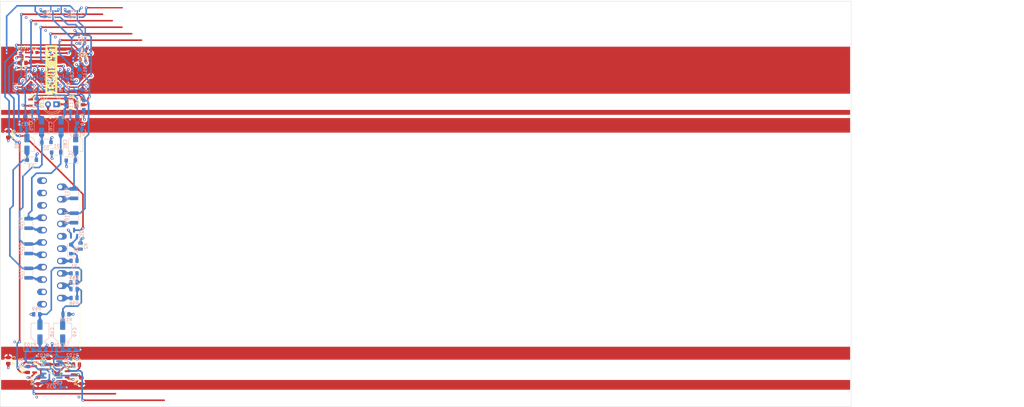
<source format=kicad_pcb>
(kicad_pcb (version 20240108) (generator "pcbnew") (generator_version "8.0")
  (layers (0 "F.Cu" signal) (1 "In1.Cu" power) (2 "In2.Cu" power) (31 "B.Cu" signal) (34 "B.Paste" user) (35 "F.Paste" user) (36 "B.SilkS" user "B.Silkscreen") (37 "F.SilkS" user "F.Silkscreen") (38 "B.Mask" user) (39 "F.Mask" user) (44 "Edge.Cuts" user))
  (net 0 "")
  (net 1 "+5V")
  (net 2 "GND")
  (net 3 "+9V")
  (net 4 "+2V5")
  (net 5 "+4V5")
  (net 6 "Net-(C46-Pad1)")
  (net 7 "Net-(C47-Pad1)")
  (net 8 "Net-(C48-Pad1)")
  (net 9 "Net-(C49-Pad1)")
  (net 10 "Net-(C75-Pad1)")
  (net 11 "/GREEN")
  (net 12 "Net-(C76-Pad1)")
  (net 13 "/RED")
  (net 14 "Net-(C80-Pad1)")
  (net 15 "/BLUE")
  (net 16 "Net-(C81-Pad1)")
  (net 17 "/VIDEO_RGB_SYNC")
  (net 18 "/BLANKING")
  (net 19 "Net-(D6-K)")
  (net 20 "Net-(D6-A)")
  (net 21 "Net-(D7-K)")
  (net 22 "+12V")
  (net 23 "Net-(D71-K)")
  (net 24 "/SCART input 1/Audio input stage/MUTE")
  (net 26 "/AUDIO_RIGHT")
  (net 28 "/AUDIO_LEFT")
  (net 29 "/SCART input 1/GREEN_SCART_IN")
  (net 34 "/SCART input 1/RED_SCART_IN")
  (net 35 "/SCART input 1/BLUE_SCART_IN")
  (net 36 "/SCART input 1/VIDEO_RGB_SYNC_SCART_IN")
  (net 37 "Net-(Q1-C)")
  (net 38 "Net-(Q2-B)")
  (net 39 "Net-(Q2-C)")
  (net 40 "Net-(Q24-B)")
  (net 41 "Net-(Q25-B)")
  (net 42 "/SCART input 1/Audio input stage/AUDIO_OUT_ENABLE")
  (net 43 "Net-(Q26-D)")
  (net 44 "Net-(Q27-D)")
  (net 45 "Net-(R4-Pad1)")
  (net 46 "Net-(R92-Pad1)")
  (net 47 "Net-(R110-Pad2)")
  (net 48 "Net-(R111-Pad2)")
  (net 49 "Net-(R112-Pad1)")
  (net 50 "Net-(R117-Pad2)")
  (net 51 "Net-(R118-Pad2)")
  (net 52 "/SCART input 1/IN_ACTIVE")
  (net 53 "/SCART input 1/IN_ENABLE")
  (net 54 "Net-(U36-Pad4)")
  (net 55 "/SCART input 1/CARRY_OUT")
  (net 56 "/SCART input 1/BLANKING_SCART_IN")
  (net 57 "/SCART input 1/AUDIO_RIGHT_SCART_IN")
  (net 58 "/SCART input 1/AUDIO_LEFT_SCART_IN")
  (net 59 "/SCART input 1/FUNCTION_SCART_IN")
  (footprint "Package_TO_SOT_SMD:SOT-23" (layer "F.Cu") (at 23.3125 68.25)
    (property "Reference" "Q2")
    (property "Value" "BC847")
  )
  (footprint "Resistor_SMD:R_0805_2012Metric" (layer "F.Cu") (at 15.5 147.75 -90)
    (property "Reference" "R73")
    (property "Value" "1kR")
  )
  (footprint "Resistor_SMD:R_0805_2012Metric" (layer "F.Cu") (at 38 154 90)
    (property "Reference" "R96")
    (property "Value" "4k7R")
  )
  (footprint "Resistor_SMD:R_0805_2012Metric" (layer "F.Cu") (at 36.5 149)
    (property "Reference" "R94")
    (property "Value" "10kR")
  )
  (footprint "Resistor_SMD:R_0805_2012Metric" (layer "F.Cu") (at 28 148 90)
    (property "Reference" "R95")
    (property "Value" "220kR")
  )
  (footprint "Resistor_SMD:R_0805_2012Metric" (layer "F.Cu") (at 24.65 154 90)
    (property "Reference" "R93")
    (property "Value" "4k7R")
  )
  (footprint "Diode_SMD:D_SOD-123F" (layer "F.Cu") (at 30.5 150.5 90)
    (property "Reference" "D71")
    (property "Value" "BAS16H")
  )
  (footprint "LED_THT:LED_D5.0mm" (layer "F.Cu") (at 30.275 68.75 180)
    (property "Reference" "D7")
    (property "Value" "LED")
  )
  (footprint "Package_TO_SOT_SMD:SOT-23" (layer "F.Cu") (at 34.5625 152)
    (property "Reference" "Q25")
    (property "Value" "BC847")
  )
  (footprint "Connector_SCART:SCART-F" (layer "F.Cu") (at 28.95 111.355 90)
    (property "Reference" "J1")
    (property "Value" "SCART-F")
  )
  (footprint "Resistor_SMD:R_0805_2012Metric" (layer "F.Cu") (at 38.5 68 90)
    (property "Reference" "R4")
    (property "Value" "4k7R")
  )
  (footprint "Package_TO_SOT_SMD:SOT-23" (layer "F.Cu") (at 24.5625 150.45)
    (property "Reference" "Q24")
    (property "Value" "BC847")
  )
  (footprint "Resistor_SMD:R_0805_2012Metric" (layer "F.Cu") (at 20 56 180)
    (property "Reference" "R3")
    (property "Value" "4k7R")
  )
  (footprint "Resistor_SMD:R_0805_2012Metric" (layer "F.Cu") (at 21.5 150.5 90)
    (property "Reference" "R92")
    (property "Value" "10kR")
  )
  (footprint "Capacitor_SMD:C_0603_1608Metric" (layer "F.Cu") (at 23.5 52.8)
    (property "Reference" "C2")
    (property "Value" "100nC")
  )
  (footprint "Resistor_SMD:R_1210_3225Metric" (layer "F.Cu") (at 35 68.75)
    (property "Reference" "R5")
    (property "Value" "1kR")
  )
  (footprint "kibuzzard-65C7DEEF" (layer "F.Cu") (at 28.75 58 90)
    (property "Reference" "kibuzzard-65C7DEEF" (hide yes))
    (property "Value" "G***" (hide yes))
  )
  (footprint "Package_TO_SOT_SMD:SOT-353_SC-70-5" (layer "F.Cu") (at 38.55 52.5 180)
    (property "Reference" "U34")
    (property "Value" "74LVC1G08")
  )
  (footprint "Capacitor_SMD:C_0603_1608Metric" (layer "F.Cu") (at 38.5 55)
    (property "Reference" "C45")
    (property "Value" "100nC")
  )
  (footprint "Resistor_SMD:R_0805_2012Metric" (layer "F.Cu") (at 15.5 78 -90)
    (property "Reference" "R68")
    (property "Value" "1kR")
  )
  (footprint "Package_TO_SOT_SMD:SOT-353_SC-70-5" (layer "F.Cu") (at 20 53.5)
    (property "Reference" "U137")
    (property "Value" "74LVC1G14")
  )
  (footprint "Resistor_SMD:R_1210_3225Metric" (layer "B.Cu") (at 35.75 103.8 -90)
    (property "Reference" "R109")
    (property "Value" "75R")
  )
  (footprint "Package_TO_SOT_SMD:SOT-363_SC-70-6" (layer "B.Cu") (at 19.75 63.5 -90)
    (property "Reference" "U63")
    (property "Value" "74LVC1G3157")
  )
  (footprint "Resistor_SMD:R_0805_2012Metric" (layer "B.Cu") (at 35.75 117)
    (property "Reference" "R1")
    (property "Value" "10kR")
  )
  (footprint "Capacitor_SMD:C_0603_1608Metric" (layer "B.Cu") (at 30.25 63.5 90)
    (property "Reference" "C78")
    (property "Value" "100nC")
  )
  (footprint "Resistor_SMD:R_1210_3225Metric" (layer "B.Cu") (at 21.75 105.5 -90)
    (property "Reference" "R106")
    (property "Value" "75R")
  )
  (footprint "Capacitor_SMD:C_0603_1608Metric" (layer "B.Cu") (at 22.25 63.5 90)
    (property "Reference" "C82")
    (property "Value" "100nC")
  )
  (footprint "Package_TO_SOT_SMD:SOT-363_SC-70-6" (layer "B.Cu") (at 31.25 60 -90)
    (property "Reference" "U64")
    (property "Value" "74LVC1G3157")
  )
  (footprint "Resistor_SMD:R_0805_2012Metric" (layer "B.Cu") (at 23.75 71 180)
    (property "Reference" "R107")
    (property "Value" "100kR")
  )
  (footprint "Diode_SMD:D_SOD-123F" (layer "B.Cu") (at 34.75 113.4 90)
    (property "Reference" "D6")
    (property "Value" "BZT52H-C3V3")
  )
  (footprint "Capacitor_SMD:CP_Elec_5x5.4" (layer "B.Cu") (at 25.25 139 90)
    (property "Reference" "C48")
    (property "Value" "22uC")
  )
  (footprint "Resistor_SMD:R_0805_2012Metric" (layer "B.Cu") (at 35.25 144.5)
    (property "Reference" "R102")
    (property "Value" "100kR")
  )
  (footprint "Resistor_SMD:R_0805_2012Metric" (layer "B.Cu") (at 35.75 120.9)
    (property "Reference" "R97")
    (property "Value" "100R")
  )
  (footprint "Capacitor_SMD:C_0603_1608Metric" (layer "B.Cu") (at 25.75 60 90)
    (property "Reference" "C77")
    (property "Value" "100nC")
  )
  (footprint "Diode_SMD:D_SOD-123F" (layer "B.Cu") (at 38.75 69 -90)
    (property "Reference" "D5")
    (property "Value" "BZT52H-B6V8")
  )
  (footprint "Package_TO_SOT_SMD:SOT-23" (layer "B.Cu") (at 35.75 108.5 90)
    (property "Reference" "Q1")
    (property "Value" "BC847")
  )
  (footprint "Resistor_SMD:R_0805_2012Metric" (layer "B.Cu") (at 33.25 133.5)
    (property "Reference" "R100")
    (property "Value" "220kR")
  )
  (footprint "Diode_SMD:D_SOD-123F" (layer "B.Cu") (at 30.25 83.5 180)
    (property "Reference" "D1")
    (property "Value" "BZT52H-B6V8")
  )
  (footprint "Resistor_SMD:R_0805_2012Metric" (layer "B.Cu") (at 35.75 128.5)
    (property "Reference" "R98")
    (property "Value" "100R")
  )
  (footprint "Resistor_SMD:R_1210_3225Metric" (layer "B.Cu") (at 35.75 96.3 -90)
    (property "Reference" "R114")
    (property "Value" "75R")
  )
  (footprint "Resistor_SMD:R_0805_2012Metric" (layer "B.Cu") (at 37.75 112.5 90)
    (property "Reference" "R2")
    (property "Value" "220kR")
  )
  (footprint "Diode_SMD:D_SOD-123F" (layer "B.Cu") (at 34.75 86 180)
    (property "Reference" "D4")
    (property "Value" "BZT52H-B6V8")
  )
  (footprint "Capacitor_SMD:CP_Elec_4x5.8" (layer "B.Cu") (at 25.75 75.5 -90)
    (property "Reference" "C75")
    (property "Value" "47uC")
  )
  (footprint "Capacitor_SMD:C_0603_1608Metric" (layer "B.Cu") (at 30.75 156 180)
    (property "Reference" "C50")
    (property "Value" "100nC")
  )
  (footprint "Capacitor_SMD:C_0603_1608Metric" (layer "B.Cu") (at 26.75 41 90)
    (property "Reference" "C52")
    (property "Value" "100nC")
  )
  (footprint "Package_TO_SOT_SMD:SOT-363_SC-70-6" (layer "B.Cu") (at 35.75 63.5 -90)
    (property "Reference" "U62")
    (property "Value" "74LVC1G3157")
  )
  (footprint "Resistor_SMD:R_0805_2012Metric" (layer "B.Cu") (at 20.75 73.5 90)
    (property "Reference" "R117")
    (property "Value" "1kR")
  )
  (footprint "Resistor_SMD:R_0805_2012Metric" (layer "B.Cu") (at 31.25 144.5 180)
    (property "Reference" "R104")
    (property "Value" "20kR")
  )
  (footprint "Package_TO_SOT_SMD:SOT-353_SC-70-5" (layer "B.Cu") (at 38.25 47.5)
    (property "Reference" "U36")
    (property "Value" "74LVC1G04")
  )
  (footprint "Package_TO_SOT_SMD:SOT-353_SC-70-5" (layer "B.Cu") (at 29.25 41 -90)
    (property "Reference" "U37")
    (property "Value" "74LVC1G08")
  )
  (footprint "Resistor_SMD:R_0805_2012Metric" (layer "B.Cu") (at 26.1625 144.5)
    (property "Reference" "R101")
    (property "Value" "100kR")
  )
  (footprint "Package_TO_SOT_SMD:SOT-363_SC-70-6" (layer "B.Cu") (at 27.75 63.5 -90)
    (property "Reference" "U61")
    (property "Value" "74LVC1G3157")
  )
  (footprint "Resistor_SMD:R_0805_2012Metric" (layer "B.Cu") (at 24.25 133.5 180)
    (property "Reference" "R99")
    (property "Value" "220kR")
  )
  (footprint "Package_TO_SOT_SMD:SC-59" (layer "B.Cu") (at 21.75 148.5 -90)
    (property "Reference" "Q26")
    (property "Value" "2SK209")
  )
  (footprint "Resistor_SMD:R_0805_2012Metric" (layer "B.Cu") (at 22.25 144.5 180)
    (property "Reference" "R103")
    (property "Value" "20kR")
  )
  (footprint "Resistor_SMD:R_1210_3225Metric" (layer "B.Cu") (at 21.75 120.8 -90)
    (property "Reference" "R113")
    (property "Value" "75R")
  )
  (footprint "Diode_SMD:D_SOD-123F" (layer "B.Cu") (at 27.25 80.5)
    (property "Reference" "D2")
    (property "Value" "BZT52H-B6V8")
  )
  (footprint "Resistor_SMD:R_0805_2012Metric" (layer "B.Cu") (at 33.75 71)
    (property "Reference" "R108")
    (property "Value" "100kR")
  )
  (footprint "Package_TO_SOT_SMD:SC-59" (layer "B.Cu") (at 35.75 148.5 -90)
    (property "Reference" "Q27")
    (property "Value" "2SK209")
  )
  (footprint "Package_TO_SOT_SMD:SOT-353_SC-70-5" (layer "B.Cu") (at 38.25 54.5 180)
    (property "Reference" "U2")
    (property "Value" "74LVC1G08")
  )
  (footprint "Capacitor_SMD:C_0603_1608Metric" (layer "B.Cu") (at 38.25 52)
    (property "Reference" "C1")
    (property "Value" "100nC")
  )
  (footprint "Resistor_SMD:R_0805_2012Metric" (layer "B.Cu") (at 20.25 76.5 180)
    (property "Reference" "R115")
    (property "Value" "100kR")
  )
  (footprint "Resistor_SMD:R_1210_3225Metric" (layer "B.Cu") (at 21.75 113.3 -90)
    (property "Reference" "R105")
    (property "Value" "75R")
  )
  (footprint "Capacitor_SMD:CP_Elec_4x5.8" (layer "B.Cu") (at 36.25 81 -90)
    (property "Reference" "C81")
    (property "Value" "47uC")
  )
  (footprint "Capacitor_SMD:C_0805_2012Metric" (layer "B.Cu") (at 35.75 123.7 180)
    (property "Reference" "C46")
    (property "Value" "1nC")
  )
  (footprint "Capacitor_SMD:C_0603_1608Metric" (layer "B.Cu") (at 38.25 63.5 90)
    (property "Reference" "C79")
    (property "Value" "100nC")
  )
  (footprint "Capacitor_SMD:CP_Elec_4x5.8" (layer "B.Cu") (at 21.25 81 -90)
    (property "Reference" "C80")
    (property "Value" "47uC")
  )
  (footprint "Diode_SMD:D_SOD-123F" (layer "B.Cu") (at 22.75 86)
    (property "Reference" "D3")
    (property "Value" "BZT52H-B6V8")
  )
  (footprint "Resistor_SMD:R_0805_2012Metric" (layer "B.Cu") (at 36.75 73.5 90)
    (property "Reference" "R118")
    (property "Value" "1kR")
  )
  (footprint "Capacitor_SMD:C_0603_1608Metric" (layer "B.Cu") (at 38.25 50 180)
    (property "Reference" "C51")
    (property "Value" "100nC")
  )
  (footprint "Resistor_SMD:R_0805_2012Metric" (layer "B.Cu") (at 37.5 59 90)
    (property "Reference" "R112")
    (property "Value" "10kR")
  )
  (footprint "Capacitor_SMD:CP_Elec_5x5.4" (layer "B.Cu") (at 32.25 139 90)
    (property "Reference" "C49")
    (property "Value" "22uC")
  )
  (footprint "Capacitor_SMD:CP_Elec_4x5.8" (layer "B.Cu") (at 31.75 75.5 -90)
    (property "Reference" "C76")
    (property "Value" "47uC")
  )
  (footprint "Package_TO_SOT_SMD:SOT-353_SC-70-5" (layer "B.Cu") (at 36.75 40.95 -90)
    (property "Reference" "U38")
    (property "Value" "74LVC1G08")
  )
  (footprint "Package_TO_SOT_SMD:SOT-363_SC-70-6" (layer "B.Cu") (at 23.25 60 -90)
    (property "Reference" "U60")
    (property "Value" "74LVC1G3157")
  )
  (footprint "Package_SO:SOIC-14_3.9x8.7mm_P1.27mm" (layer "B.Cu") (at 28.75 150.5)
    (property "Reference" "U35")
    (property "Value" "CD4066")
  )
  (footprint "Capacitor_SMD:C_0603_1608Metric" (layer "B.Cu") (at 33.75 60 90)
    (property "Reference" "C83")
    (property "Value" "100nC")
  )
  (footprint "Capacitor_SMD:C_0603_1608Metric" (layer "B.Cu") (at 34.25 41 90)
    (property "Reference" "C53")
    (property "Value" "100nC")
  )
  (footprint "Resistor_SMD:R_0805_2012Metric" (layer "B.Cu") (at 24.25 68 90)
    (property "Reference" "R110")
    (property "Value" "1kR")
  )
  (footprint "Resistor_SMD:R_0805_2012Metric" (layer "B.Cu") (at 37.25 76.5)
    (property "Reference" "R116")
    (property "Value" "100kR")
  )
  (footprint "Resistor_SMD:R_0805_2012Metric" (layer "B.Cu") (at 33.25 68 90)
    (property "Reference" "R111")
    (property "Value" "1kR")
  )
  (footprint "Capacitor_SMD:C_0805_2012Metric" (layer "B.Cu") (at 35.75 125.7 180)
    (property "Reference" "C47")
    (property "Value" "1nC")
  )
  (gr_line (start 33.25 143) (end 32.75 143.5) (stroke (width 0.15)) (layer "B.SilkS"))
  (gr_line (start 39.25 77.5) (end 39.25 76.75) (stroke (width 0.15)) (layer "B.SilkS"))
  (gr_line (start 39.25 76.75) (end 39 76.5) (stroke (width 0.15)) (layer "B.SilkS"))
  (gr_line (start 24.5 146) (end 25 145.5) (stroke (width 0.15)) (layer "B.SilkS"))
  (gr_line (start 31.375 71) (end 31.75 71) (stroke (width 0.15)) (layer "B.SilkS"))
  (gr_line (start 39.75 62.75) (end 39.25 63.25) (stroke (width 0.15)) (layer "B.SilkS"))
  (gr_line (start 39.75 62.25) (end 39.75 62.75) (stroke (width 0.15)) (layer "B.SilkS"))
  (gr_line (start 24 146) (end 24.5 146) (stroke (width 0.15)) (layer "B.SilkS"))
  (gr_line (start 30.625 71.75) (end 31.375 71) (stroke (width 0.15)) (layer "B.SilkS"))
  (gr_line (start 34.25 143) (end 33.25 143) (stroke (width 0.15)) (layer "B.SilkS"))
  (gr_rect (start 13 37) (end 275 162) (stroke (width 0.1)) (fill none) (layer "Edge.Cuts"))
  (segment (start 21.8 52.8) (end 22.725 52.8) (width 0.4) (layer "F.Cu") (net 1))
  (segment (start 37.6 53.15) (end 37.6 54.875) (width 0.4) (layer "F.Cu") (net 1))
  (segment (start 20.9125 56) (end 21.95 56) (width 0.5) (layer "F.Cu") (net 1))
  (segment (start 21.95 56) (end 22.45 55.5) (width 0.5) (layer "F.Cu") (net 1))
  (segment (start 22.45 55.5) (end 35.5 55.5) (width 0.5) (layer "F.Cu") (net 1))
  (segment (start 37.6 54.875) (end 37.725 55) (width 0.4) (layer "F.Cu") (net 1))
  (segment (start 20.95 52.85) (end 21.75 52.85) (width 0.4) (layer "F.Cu") (net 1))
  (segment (start 21.75 52.85) (end 21.8 52.8) (width 0.4) (layer "F.Cu") (net 1))
  (via (at 35.5 54.5) (size 0.8) (drill 0.4) (layers "F.Cu" "B.Cu") (net 1))
  (via (at 23.5 64) (size 0.8) (drill 0.4) (layers "F.Cu" "B.Cu") (net 1))
  (via (at 15 52) (size 0.8) (drill 0.4) (layers "F.Cu" "B.Cu") (net 1))
  (via (at 35.5 55.5) (size 0.8) (drill 0.4) (layers "F.Cu" "B.Cu") (net 1))
  (via (at 39.5 64) (size 0.8) (drill 0.4) (layers "F.Cu" "B.Cu") (net 1))
  (via (at 31.5 64) (size 0.8) (drill 0.4) (layers "F.Cu" "B.Cu") (net 1))
  (via (at 26 62.5) (size 0.8) (drill 0.4) (layers "F.Cu" "B.Cu") (net 1))
  (via (at 15 53) (size 0.8) (drill 0.4) (layers "F.Cu" "B.Cu") (net 1))
  (via (at 34 62) (size 0.8) (drill 0.4) (layers "F.Cu" "B.Cu") (net 1))
  (segment (start 30.25 64.275) (end 31.225 64.275) (width 0.35) (layer "B.Cu") (net 1))
  (segment (start 37.475 51.775) (end 39.025 50.225) (width 0.4) (layer "B.Cu") (net 1))
  (segment (start 28.6 41.95) (end 27.75 41.95) (width 0.4) (layer "B.Cu") (net 1))
  (segment (start 35.5 55.5) (end 35.5 54.5) (width 0.4) (layer "B.Cu") (net 1))
  (segment (start 35.5 54.5) (end 36.2 53.8) (width 0.4) (layer "B.Cu") (net 1))
  (segment (start 37.475 52) (end 37.475 51.775) (width 0.4) (layer "B.Cu") (net 1))
  (segment (start 23.225 64.275) (end 22.25 64.275) (width 0.35) (layer "B.Cu") (net 1))
  (segment (start 15 52) (end 15 41.6) (width 0.5) (layer "B.Cu") (net 1))
  (segment (start 25.75 60.775) (end 25.75 62.25) (width 0.35) (layer "B.Cu") (net 1))
  (segment (start 20.025 63.5) (end 19.75 63.775) (width 0.35) (layer "B.Cu") (net 1))
  (segment (start 15 41.6) (end 18.2 38.4) (width 0.5) (layer "B.Cu") (net 1))
  (segment (start 36.4 52) (end 37.475 52) (width 0.4) (layer "B.Cu") (net 1))
  (segment (start 38.25 64.275) (end 39.225 64.275) (width 0.35) (layer "B.Cu") (net 1))
  (segment (start 34.5 38.4) (end 35.05 38.95) (width 0.5) (layer "B.Cu") (net 1))
  (segment (start 25.75 62.25) (end 26 62.5) (width 0.35) (layer "B.Cu") (net 1))
  (segment (start 22.25 64.275) (end 21.525 64.275) (width 0.35) (layer "B.Cu") (net 1))
  (segment (start 35.75 63.775) (end 35.75 64.45) (width 0.35) (layer "B.Cu") (net 1))
  (segment (start 23.8 40.05) (end 24.5 40.75) (width 0.5) (layer "B.Cu") (net 1))
  (segment (start 30.25 64.275) (end 29.525 64.275) (width 0.35) (layer "B.Cu") (net 1))
  (segment (start 20.75 63.5) (end 20.025 63.5) (width 0.35) (layer "B.Cu") (net 1))
  (segment (start 38.25 64.275) (end 37.525 64.275) (width 0.35) (layer "B.Cu") (net 1))
  (segment (start 37.475 52.875) (end 37.475 52) (width 0.4) (layer "B.Cu") (net 1))
  (segment (start 39.2 48.95) (end 39.025 49.125) (width 0.4) (layer "B.Cu") (net 1))
  (segment (start 27.75 41.95) (end 27.575 41.775) (width 0.4) (layer "B.Cu") (net 1))
  (segment (start 35.075 41.775) (end 34.25 41.775) (width 0.4) (layer "B.Cu") (net 1))
  (segment (start 36.025 63.5) (end 35.75 63.775) (width 0.35) (layer "B.Cu") (net 1))
  (segment (start 31.25 60.275) (end 31.25 60.95) (width 0.35) (layer "B.Cu") (net 1))
  (segment (start 35.2 41.9) (end 35.075 41.775) (width 0.4) (layer "B.Cu") (net 1))
  (segment (start 36.75 63.5) (end 36.025 63.5) (width 0.35) (layer "B.Cu") (net 1))
  (segment (start 39.025 49.125) (end 39.025 50) (width 0.4) (layer "B.Cu") (net 1))
  (segment (start 33.75 61.75) (end 34 62) (width 0.35) (layer "B.Cu") (net 1))
  (segment (start 33.75 60.775) (end 33.025 60.775) (width 0.35) (layer "B.Cu") (net 1))
  (segment (start 33.025 60.775) (end 32.25 60) (width 0.35) (layer "B.Cu") (net 1))
  (segment (start 24.25 60) (end 23.525 60) (width 0.35) (layer "B.Cu") (net 1))
  (segment (start 28.025 63.5) (end 27.75 63.775) (width 0.35) (layer "B.Cu") (net 1))
  (segment (start 27.575 41.775) (end 26.75 41.775) (width 0.4) (layer "B.Cu") (net 1))
  (segment (start 25.025 60.775) (end 24.25 60) (width 0.35) (layer "B.Cu") (net 1))
  (segment (start 39.225 64.275) (end 39.5 64) (width 0.35) (layer "B.Cu") (net 1))
  (segment (start 25.525 41.775) (end 26.75 41.775) (width 0.4) (layer "B.Cu") (net 1))
  (segment (start 29.525 64.275) (end 28.75 63.5) (width 0.35) (layer "B.Cu") (net 1))
  (segment (start 37.3 53.05) (end 37.475 52.875) (width 0.4) (layer "B.Cu") (net 1))
  (segment (start 23.525 60) (end 23.25 60.275) (width 0.35) (layer "B.Cu") (net 1))
  (segment (start 31.525 60) (end 31.25 60.275) (width 0.35) (layer "B.Cu") (net 1))
  (segment (start 25.75 60.775) (end 25.025 60.775) (width 0.35) (layer "B.Cu") (net 1))
  (segment (start 23.5 64) (end 23.225 64.275) (width 0.35) (layer "B.Cu") (net 1))
  (segment (start 39.2 48.15) (end 39.2 48.95) (width 0.4) (layer "B.Cu") (net 1))
  (segment (start 36.1 40) (end 35.05 38.95) (width 0.4) (layer "B.Cu") (net 1))
  (segment (start 23.8 38.4) (end 34.5 38.4) (width 0.5) (layer "B.Cu") (net 1))
  (segment (start 39.025 50.225) (end 39.025 50) (width 0.4) (layer "B.Cu") (net 1))
  (segment (start 27.75 63.775) (end 27.75 64.45) (width 0.35) (layer "B.Cu") (net 1))
  (segment (start 36.2 53.8) (end 36.2 52.2) (width 0.4) (layer "B.Cu") (net 1))
  (segment (start 23.8 38.4) (end 23.8 40.05) (width 0.5) (layer "B.Cu") (net 1))
  (segment (start 33.75 60.775) (end 33.75 61.75) (width 0.35) (layer "B.Cu") (net 1))
  (segment (start 37.3 53.85) (end 37.3 53.05) (width 0.4) (layer "B.Cu") (net 1))
  (segment (start 36.1 41.9) (end 35.2 41.9) (width 0.4) (layer "B.Cu") (net 1))
  (segment (start 28.6 40.05) (end 28.6 38.4) (width 0.4) (layer "B.Cu") (net 1))
  (segment (start 21.525 64.275) (end 20.75 63.5) (width 0.35) (layer "B.Cu") (net 1))
  (segment (start 18.2 38.4) (end 23.8 38.4) (width 0.5) (layer "B.Cu") (net 1))
  (segment (start 32.975 41.775) (end 31.8 40.6) (width 0.4) (layer "B.Cu") (net 1))
  (segment (start 37.525 64.275) (end 36.75 63.5) (width 0.35) (layer "B.Cu") (net 1))
  (segment (start 15 53) (end 15 52) (width 0.5) (layer "B.Cu") (net 1))
  (segment (start 28.75 63.5) (end 28.025 63.5) (width 0.35) (layer "B.Cu") (net 1))
  (segment (start 32.25 60) (end 31.525 60) (width 0.35) (layer "B.Cu") (net 1))
  (segment (start 23.25 60.275) (end 23.25 60.95) (width 0.35) (layer "B.Cu") (net 1))
  (segment (start 31.225 64.275) (end 31.5 64) (width 0.35) (layer "B.Cu") (net 1))
  (segment (start 19.75 63.775) (end 19.75 64.45) (width 0.35) (layer "B.Cu") (net 1))
  (segment (start 36.2 52.2) (end 36.4 52) (width 0.4) (layer "B.Cu") (net 1))
  (segment (start 34.25 41.775) (end 32.975 41.775) (width 0.4) (layer "B.Cu") (net 1))
  (segment (start 24.5 40.75) (end 25.525 41.775) (width 0.4) (layer "B.Cu") (net 1))
  (segment (start 31.8 40.6) (end 31.8 38.4) (width 0.4) (layer "B.Cu") (net 1))
  (segment (start 39.275 55) (end 39.275 55.775) (width 0.5) (layer "F.Cu") (net 2))
  (segment (start 15.5 148.9125) (end 15.5 150) (width 0.5) (layer "F.Cu") (net 2))
  (segment (start 23.625 151.699999) (end 22.324999 153) (width 0.5) (layer "F.Cu") (net 2))
  (segment (start 26.8 52.8) (end 27 53) (width 0.5) (layer "F.Cu") (net 2))
  (segment (start 24.275 52.8) (end 26.8 52.8) (width 0.5) (layer "F.Cu") (net 2))
  (segment (start 40 51) (end 39.5 51.5) (width 0.4) (layer "F.Cu") (net 2))
  (segment (start 23.625 151.4) (end 23.625 151.699999) (width 0.5) (layer "F.Cu") (net 2))
  (segment (start 18.35 54.15) (end 18 54.5) (width 0.4) (layer "F.Cu") (net 2))
  (segment (start 39.275 55.775) (end 39.5 56) (width 0.5) (layer "F.Cu") (net 2))
  (segment (start 20.2 69.2) (end 20 69) (width 0.5) (layer "F.Cu") (net 2))
  (segment (start 39.5 51.5) (end 39.5 51.85) (width 0.4) (layer "F.Cu") (net 2))
  (segment (start 35.5 153.55) (end 34.225 153.55) (width 0.5) (layer "F.Cu") (net 2))
  (segment (start 22.324999 153) (end 21.5 153) (width 0.5) (layer "F.Cu") (net 2))
  (segment (start 15.5 80) (end 15.5 78.9125) (width 0.5) (layer "F.Cu") (net 2))
  (segment (start 22.375 69.2) (end 20.2 69.2) (width 0.5) (layer "F.Cu") (net 2))
  (segment (start 34.225 153.55) (end 33.625 152.95) (width 0.5) (layer "F.Cu") (net 2))
  (segment (start 19.05 54.15) (end 18.35 54.15) (width 0.4) (layer "F.Cu") (net 2))
  (via (at 34 107.5) (size 0.8) (drill 0.4) (layers "F.Cu" "B.Cu") (net 2))
  (via (at 21.5 153) (size 0.8) (drill 0.4) (layers "F.Cu" "B.Cu") (net 2))
  (via (at 24.5 84) (size 0.8) (drill 0.4) (layers "F.Cu" "B.Cu") (net 2))
  (via (at 31.5 63) (size 0.8) (drill 0.4) (layers "F.Cu" "B.Cu") (net 2))
  (via (at 28 61.5) (size 0.8) (drill 0.4) (layers "F.Cu" "B.Cu") (net 2))
  (via (at 36 46) (size 0.8) (drill 0.4) (layers "F.Cu" "B.Cu") (net 2))
  (via (at 23.5 63) (size 0.8) (drill 0.4) (layers "F.Cu" "B.Cu") (net 2))
  (via (at 30 48) (size 0.8) (drill 0.4) (layers "F.Cu" "B.Cu") (net 2))
  (via (at 39.5 56) (size 0.8) (drill 0.4) (layers "F.Cu" "B.Cu") (net 2))
  (via (at 38 39) (size 0.8) (drill 0.4) (layers "F.Cu" "B.Cu") (net 2))
  (via (at 29 85.5) (size 0.8) (drill 0.4) (layers "F.Cu" "B.Cu") (net 2))
  (via (at 36.5 56.5) (size 0.8) (drill 0.4) (layers "F.Cu" "B.Cu") (net 2))
  (via (at 26 58) (size 0.8) (drill 0.4) (layers "F.Cu" "B.Cu") (net 2))
  (via (at 24 44) (size 0.8) (drill 0.4) (layers "F.Cu" "B.Cu") (net 2))
  (via (at 37.25 159) (size 0.8) (drill 0.4) (layers "F.Cu" "B.Cu") (net 2))
  (via (at 39.5 62.999997) (size 0.8) (drill 0.4) (layers "F.Cu" "B.Cu") (net 2))
  (via (at 24.25 159) (size 0.8) (drill 0.4) (layers "F.Cu" "B.Cu") (net 2))
  (via (at 38.5 110) (size 0.8) (drill 0.4) (layers "F.Cu" "B.Cu") (net 2))
  (via (at 23.5 58) (size 0.8) (drill 0.4) (layers "F.Cu" "B.Cu") (net 2))
  (via (at 20 61.5) (size 0.8) (drill 0.4) (layers "F.Cu" "B.Cu") (net 2))
  (via (at 15.5 80) (size 0.8) (drill 0.4) (layers "F.Cu" "B.Cu") (net 2))
  (via (at 20 69) (size 0.8) (drill 0.4) (layers "F.Cu" "B.Cu") (net 2))
  (via (at 29.546737 153.503529) (size 0.8) (drill 0.4) (layers "F.Cu" "B.Cu") (net 2))
  (via (at 18 54.5) (size 0.8) (drill 0.4) (layers "F.Cu" "B.Cu") (net 2))
  (via (at 27 53) (size 0.8) (drill 0.4) (layers "F.Cu" "B.Cu") (net 2))
  (via (at 29 142.5) (size 0.8) (drill 0.4) (layers "F.Cu" "B.Cu") (net 2))
  (via (at 34 58) (size 0.8) (drill 0.4) (layers "F.Cu" "B.Cu") (net 2))
  (via (at 35.5 133.5) (size 0.8) (drill 0.4) (layers "F.Cu" "B.Cu") (net 2))
  (via (at 33.5 88) (size 0.8) (drill 0.4) (layers "F.Cu" "B.Cu") (net 2))
  (via (at 40 51) (size 0.8) (drill 0.4) (layers "F.Cu" "B.Cu") (net 2))
  (via (at 39 73.5) (size 0.8) (drill 0.4) (layers "F.Cu" "B.Cu") (net 2))
  (via (at 15.5 150) (size 0.8) (drill 0.4) (layers "F.Cu" "B.Cu") (net 2))
  (via (at 33 39.5) (size 0.8) (drill 0.4) (layers "F.Cu" "B.Cu") (net 2))
  (via (at 36.5 61.5) (size 0.8) (drill 0.4) (layers "F.Cu" "B.Cu") (net 2))
  (via (at 25.5 39.5) (size 0.8) (drill 0.4) (layers "F.Cu" "B.Cu") (net 2))
  (via (at 17.5 142) (size 0.8) (drill 0.4) (layers "F.Cu" "B.Cu") (net 2))
  (via (at 21 42) (size 0.8) (drill 0.4) (layers "F.Cu" "B.Cu") (net 2))
  (via (at 31.5 58) (size 0.8) (drill 0.4) (layers "F.Cu" "B.Cu") (net 2))
  (via (at 36.5 50) (size 0.8) (drill 0.4) (layers "F.Cu" "B.Cu") (net 2))
  (via (at 35.5 153.55) (size 0.8) (drill 0.4) (layers "F.Cu" "B.Cu") (net 2))
  (via (at 29 79) (size 0.8) (drill 0.4) (layers "F.Cu" "B.Cu") (net 2))
  (via (at 22.5 133.5) (size 0.8) (drill 0.4) (layers "F.Cu" "B.Cu") (net 2))
  (via (at 31 39.5) (size 0.8) (drill 0.4) (layers "F.Cu" "B.Cu") (net 2))
  (via (at 27 46) (size 0.8) (drill 0.4) (layers "F.Cu" "B.Cu") (net 2))
  (segment (start 37.4 39.6) (end 38 39) (width 0.4) (layer "B.Cu") (net 2))
  (segment (start 30.85 40.05) (end 29.9 40.05) (width 0.4) (layer "B.Cu") (net 2))
  (segment (start 33 39.5) (end 33 40) (width 0.5) (layer "B.Cu") (net 2))
  (segment (start 33.9875 105.2625) (end 35.75 105.2625) (width 0.5) (layer "B.Cu") (net 2))
  (segment (start 23.225 62.725) (end 23.5 63) (width 0.5) (layer "B.Cu") (net 2))
  (segment (start 33 40) (end 33.225 40.225) (width 0.5) (layer "B.Cu") (net 2))
  (segment (start 33.61 105.64) (end 33.9875 105.2625) (width 0.5) (layer "B.Cu") (net 2))
  (segment (start 34.1625 133.5) (end 35.25 133.5) (width 0.5) (layer "B.Cu") (net 2))
  (segment (start 26.15 107.545) (end 23.895 107.545) (width 0.5) (layer "B.Cu") (net 2))
  (segment (start 31.25 105.64) (end 33.61 105.64) (width 0.5) (layer "B.Cu") (net 2))
  (segment (start 23.4125 114.7625) (end 21.75 114.7625) (width 0.5) (layer "B.Cu") (net 2))
  (segment (start 40 51) (end 40 51.7) (width 0.4) (layer "B.Cu") (net 2))
  (segment (start 30.25 62.725) (end 31.225 62.725) (width 0.5) (layer "B.Cu") (net 2))
  (segment (start 29.296737 153.503529) (end 29.296737 155.321737) (width 0.5) (layer "B.Cu") (net 2))
  (segment (start 25.5 39.5) (end 25.5 40) (width 0.5) (layer "B.Cu") (net 2))
  (segment (start 35.75 61.85) (end 36.1 61.5) (width 0.4) (layer "B.Cu") (net 2))
  (segment (start 39.7 52) (end 39.025 52) (width 0.4) (layer "B.Cu") (net 2))
  (segment (start 34.8 109.4375) (end 34.8 108.55) (width 0.5) (layer "B.Cu") (net 2))
  (segment (start 19.75 61.75) (end 19.75 62.55) (width 0.35) (layer "B.Cu") (net 2))
  (segment (start 31 39.9) (end 30.85 40.05) (width 0.4) (layer "B.Cu") (net 2))
  (segment (start 31.25 59.05) (end 31.25 58.25) (width 0.35) (layer "B.Cu") (net 2))
  (segment (start 36.85 46.85) (end 37.3 46.85) (width 0.4) (layer "B.Cu") (net 2))
  (segment (start 31 39.5) (end 31 39.9) (width 0.4) (layer "B.Cu") (net 2))
  (segment (start 33.81 124.69) (end 34.8 123.7) (width 0.5) (layer "B.Cu") (net 2))
  (segment (start 37.75 110.5) (end 38.25 110) (width 0.5) (layer "B.Cu") (net 2))
  (segment (start 34.8 108.55) (end 33.75 107.5) (width 0.5) (layer "B.Cu") (net 2))
  (segment (start 22.25 62.725) (end 23.225 62.725) (width 0.5) (layer "B.Cu") (net 2))
  (segment (start 40 51.7) (end 39.7 52) (width 0.4) (layer "B.Cu") (net 2))
  (segment (start 23.895 107.545) (end 23.3125 106.9625) (width 0.5) (layer "B.Cu") (net 2))
  (segment (start 34.0875 97.7625) (end 35.75 97.7625) (width 0.5) (layer "B.Cu") (net 2))
  (segment (start 29 144.939999) (end 27.249999 146.69) (width 0.5) (layer "B.Cu") (net 2))
  (segment (start 23.25 59.05) (end 23.25 58.25) (width 0.35) (layer "B.Cu") (net 2))
  (segment (start 37.5 58.0875) (end 37.5 57.5) (width 0.5) (layer "B.Cu") (net 2))
  (segment (start 31.25 124.69) (end 33.81 124.69) (width 0.5) (layer "B.Cu") (net 2))
  (segment (start 36 46) (end 36.85 46.85) (width 0.4) (layer "B.Cu") (net 2))
  (segment (start 33.35 87.9) (end 33.25 88) (width 0.5) (layer "B.Cu") (net 2))
  (segment (start 29 142.5) (end 29 144.939999) (width 0.5) (layer "B.Cu") (net 2))
  (segment (start 23.4125 122.2625) (end 21.75 122.2625) (width 0.5) (layer "B.Cu") (net 2))
  (segment (start 39.5 56) (end 39.2 55.7) (width 0.4) (layer "B.Cu") (net 2))
  (segment (start 31.25 98.02) (end 33.83 98.02) (width 0.5) (layer "B.Cu") (net 2))
  (segment (start 25.75 58.25) (end 26 58) (width 0.5) (layer "B.Cu") (net 2))
  (segment (start 39.5 62.999997) (end 39.225003 62.725) (width 0.35) (layer "B.Cu") (net 2))
  (segment (start 32.89 105.64) (end 31.25 105.64) (width 0.5) (layer "B.Cu") (net 2))
  (segment (start 26.15 122.785) (end 23.935 122.785) (width 0.5) (layer "B.Cu") (net 2))
  (segment (start 28.65 80.5) (end 28.65 79.1) (width 0.5) (layer "B.Cu") (net 2))
  (segment (start 23.3125 106.9625) (end 21.75 106.9625) (width 0.5) (layer "B.Cu") (net 2))
  (segment (start 37.4 40) (end 37.4 39.6) (width 0.4) (layer "B.Cu") (net 2))
  (segment (start 37.5 57.5) (end 36.5 56.5) (width 0.5) (layer "B.Cu") (net 2))
  (segment (start 28.85 85.4) (end 28.75 85.5) (width 0.5) (layer "B.Cu") (net 2))
  (segment (start 31.25 58.25) (end 31.5 58) (width 0.35) (layer "B.Cu") (net 2))
  (segment (start 33.75 58.25) (end 33.75 59.225) (width 0.5) (layer "B.Cu") (net 2))
  (segment (start 23.25 58.25) (end 23.5 58) (width 0.35) (layer "B.Cu") (net 2))
  (segment (start 24.15 84.1) (end 24.25 84) (width 0.5) (layer "B.Cu") (net 2))
  (segment (start 20 61.5) (end 19.75 61.75) (width 0.35) (layer "B.Cu") (net 2))
  (segment (start 33.35 86) (end 33.35 87.9) (width 0.5) (layer "B.Cu") (net 2))
  (segment (start 25.75 59.225) (end 25.75 58.25) (width 0.5) (layer "B.Cu") (net 2))
  (segment (start 34.8 125.7) (end 33.81 124.71) (width 0.5) (layer "B.Cu") (net 2))
  (segment (start 29.296737 155.321737) (end 29.975 156) (width 0.5) (layer "B.Cu") (net 2))
  (segment (start 38.75 73.5) (end 38.75 70.4) (width 0.5) (layer "B.Cu") (net 2))
  (segment (start 23.3375 133.5) (end 22.25 133.5) (width 0.5) (layer "B.Cu") (net 2))
  (segment (start 33.225 40.225) (end 34.25 40.225) (width 0.5) (layer "B.Cu") (net 2))
  (segment (start 27.75 61.75) (end 28 61.5) (width 0.35) (layer "B.Cu") (net 2))
  (segment (start 34 58) (end 33.75 58.25) (width 0.5) (layer "B.Cu") (net 2))
  (segment (start 37.475 50) (end 36.75 50) (width 0.4) (layer "B.Cu") (net 2))
  (segment (start 33.83 98.02) (end 34.0875 97.7625) (width 0.5) (layer "B.Cu") (net 2))
  (segment (start 27.249999 146.69) (end 26.275 146.69) (width 0.5) (layer "B.Cu") (net 2))
  (segment (start 23.815 115.165) (end 23.4125 114.7625) (width 0.5) (layer "B.Cu") (net 2))
  (segment (start 26.15 115.165) (end 23.815 115.165) (width 0.5) (layer "B.Cu") (net 2))
  (segment (start 24.15 86) (end 24.15 84.1) (width 0.5) (layer "B.Cu") (net 2))
  (segment (start 39.225003 62.725) (end 38.25 62.725) (width 0.35) (layer "B.Cu") (net 2))
  (segment (start 35.75 62.55) (end 35.75 61.85) (width 0.4) (layer "B.Cu") (net 2))
  (segment (start 28.65 79.1) (end 28.75 79) (width 0.5) (layer "B.Cu") (net 2))
  (segment (start 27.75 62.55) (end 27.75 61.75) (width 0.35) (layer "B.Cu") (net 2))
  (segment (start 33.81 124.71) (end 33.81 124.69) (width 0.5) (layer "B.Cu") (net 2))
  (segment (start 25.725 40.225) (end 26.75 40.225) (width 0.5) (layer "B.Cu") (net 2))
  (segment (start 25.5 40) (end 25.725 40.225) (width 0.5) (layer "B.Cu") (net 2))
  (segment (start 37.75 111.5875) (end 37.75 110.5) (width 0.5) (layer "B.Cu") (net 2))
  (segment (start 28.85 83.5) (end 28.85 85.4) (width 0.5) (layer "B.Cu") (net 2))
  (segment (start 36.1 61.5) (end 36.5 61.5) (width 0.4) (layer "B.Cu") (net 2))
  (segment (start 39.2 55.7) (end 39.2 55.15) (width 0.4) (layer "B.Cu") (net 2))
  (segment (start 23.935 122.785) (end 23.4125 122.2625) (width 0.5) (layer "B.Cu") (net 2))
  (segment (start 31.225 62.725) (end 31.5 63) (width 0.5) (layer "B.Cu") (net 2))
  (via (at 33.5 156) (size 0.8) (drill 0.4) (layers "F.Cu" "B.Cu") (net 3))
  (segment (start 31.525 155.175) (end 31.225 154.875) (width 0.5) (layer "B.Cu") (net 3))
  (segment (start 31.525 156) (end 31.525 155.175) (width 0.5) (layer "B.Cu") (net 3))
  (segment (start 31.225 154.875) (end 31.225 154.31) (width 0.5) (layer "B.Cu") (net 3))
  (segment (start 31.525 156) (end 33.25 156) (width 0.5) (layer "B.Cu") (net 3))
  (segment (start 15.5 77.0875) (end 15.5125 77.1) (width 0.5) (layer "F.Cu") (net 4))
  (segment (start 15.5125 77.1) (end 16.9 77.1) (width 0.5) (layer "F.Cu") (net 4))
  (segment (start 29 57) (end 24.5 57) (width 0.5) (layer "F.Cu") (net 4))
  (segment (start 22.15 57.5) (end 21 57.5) (width 0.5) (layer "F.Cu") (net 4))
  (segment (start 16.9 77.1) (end 19 75) (width 0.5) (layer "F.Cu") (net 4))
  (segment (start 21 57.5) (end 18 57.5) (width 0.5) (layer "F.Cu") (net 4))
  (segment (start 24.5 57) (end 22.65 57) (width 0.5) (layer "F.Cu") (net 4))
  (segment (start 22.65 57) (end 22.15 57.5) (width 0.5) (layer "F.Cu") (net 4))
  (segment (start 32.5 57) (end 29 57) (width 0.5) (layer "F.Cu") (net 4))
  (via (at 21 57.5) (size 0.8) (drill 0.4) (layers "F.Cu" "B.Cu") (net 4))
  (via (at 18 57.5) (size 0.8) (drill 0.4) (layers "F.Cu" "B.Cu") (net 4))
  (via (at 24.5 57) (size 0.8) (drill 0.4) (layers "F.Cu" "B.Cu") (net 4))
  (via (at 23.5 73.5) (size 0.8) (drill 0.4) (layers "F.Cu" "B.Cu") (net 4))
  (via (at 19 75) (size 0.8) (drill 0.4) (layers "F.Cu" "B.Cu") (net 4))
  (via (at 39 75) (size 0.8) (drill 0.4) (layers "F.Cu" "B.Cu") (net 4))
  (via (at 19 74) (size 0.8) (drill 0.4) (layers "F.Cu" "B.Cu") (net 4))
  (via (at 29 57) (size 0.8) (drill 0.4) (layers "F.Cu" "B.Cu") (net 4))
  (via (at 34.5 73.5) (size 0.8) (drill 0.4) (layers "F.Cu" "B.Cu") (net 4))
  (via (at 32.5 57) (size 0.8) (drill 0.4) (layers "F.Cu" "B.Cu") (net 4))
  (segment (start 29 61.95) (end 28.4 62.55) (width 0.35) (layer "B.Cu") (net 4))
  (segment (start 38.75 75) (end 38.2 75.55) (width 0.5) (layer "B.Cu") (net 4))
  (segment (start 29 61) (end 29 57) (width 0.5) (layer "B.Cu") (net 4))
  (segment (start 22.8375 73.0875) (end 22.8375 71) (width 0.5) (layer "B.Cu") (net 4))
  (segment (start 18.75 75) (end 19.3375 75.5875) (width 0.5) (layer "B.Cu") (net 4))
  (segment (start 34.25 73.5) (end 34.6625 73.0875) (width 0.5) (layer "B.Cu") (net 4))
  (segment (start 18.75 74) (end 18.75 66) (width 0.5) (layer "B.Cu") (net 4))
  (segment (start 21 61.2) (end 21 57.5) (width 0.5) (layer "B.Cu") (net 4))
  (segment (start 19.3375 75.5875) (end 19.3375 76.5) (width 0.5) (layer "B.Cu") (net 4))
  (segment (start 21 61.95) (end 20.4 62.55) (width 0.35) (layer "B.Cu") (net 4))
  (segment (start 17 64.25) (end 17 58.5) (width 0.5) (layer "B.Cu") (net 4))
  (segment (start 18.75 66) (end 17 64.25) (width 0.5) (layer "B.Cu") (net 4))
  (segment (start 24.5 58.45) (end 23.9 59.05) (width 0.35) (layer "B.Cu") (net 4))
  (segment (start 29 61) (end 29 61.95) (width 0.35) (layer "B.Cu") (net 4))
  (segment (start 21 61.2) (end 21 61.95) (width 0.35) (layer "B.Cu") (net 4))
  (segment (start 23.25 73.5) (end 22.8375 73.0875) (width 0.5) (layer "B.Cu") (net 4))
  (segment (start 34.6625 73.0875) (end 34.6625 71) (width 0.5) (layer "B.Cu") (net 4))
  (segment (start 17 58.5) (end 18 57.5) (width 0.5) (layer "B.Cu") (net 4))
  (segment (start 32.5 58.45) (end 31.9 59.05) (width 0.35) (layer "B.Cu") (net 4))
  (segment (start 32.5 57) (end 32.5 58.45) (width 0.35) (layer "B.Cu") (net 4))
  (segment (start 24.5 57) (end 24.5 58.45) (width 0.35) (layer "B.Cu") (net 4))
  (segment (start 38.2 75.55) (end 38.2 76.5) (width 0.5) (layer "B.Cu") (net 4))
  (segment (start 27.5 143) (end 27.5 143.1) (width 0.5) (layer "F.Cu") (net 5))
  (segment (start 27.5 143.1) (end 24.2 146.4) (width 0.5) (layer "F.Cu") (net 5))
  (via (at 37 146.3) (size 0.8) (drill 0.4) (layers "F.Cu" "B.Cu") (net 5))
  (via (at 37.8 144.4) (size 0.8) (drill 0.4) (layers "F.Cu" "B.Cu") (net 5))
  (via (at 24.2 146.4) (size 0.8) (drill 0.4) (layers "F.Cu" "B.Cu") (net 5))
  (via (at 27.5 143) (size 0.8) (drill 0.4) (layers "F.Cu" "B.Cu") (net 5))
  (segment (start 37.45 144.5) (end 37.55 144.4) (width 0.5) (layer "B.Cu") (net 5))
  (segment (start 36.75 146.3) (end 36.75 147.25) (width 0.5) (layer "B.Cu") (net 5))
  (segment (start 27.5 143) (end 27.075 143.425) (width 0.5) (layer "B.Cu") (net 5))
  (segment (start 22.7 147.3) (end 23.05 147.3) (width 0.5) (layer "B.Cu") (net 5))
  (segment (start 23.05 147.3) (end 23.95 146.4) (width 0.5) (layer "B.Cu") (net 5))
  (segment (start 27.075 143.425) (end 27.075 144.5) (width 0.5) (layer "B.Cu") (net 5))
  (segment (start 36.1625 144.5) (end 37.45 144.5) (width 0.5) (layer "B.Cu") (net 5))
  (segment (start 36.75 147.25) (end 36.7 147.3) (width 0.5) (layer "B.Cu") (net 5))
  (segment (start 36.7 123.7) (end 37.375 123.7) (width 0.5) (layer "B.Cu") (net 6))
  (segment (start 29.72 119.13) (end 28.75 120.1) (width 0.5) (layer "B.Cu") (net 6))
  (segment (start 37.18 119.13) (end 29.72 119.13) (width 0.5) (layer "B.Cu") (net 6))
  (segment (start 38 123.075) (end 38 119.95) (width 0.5) (layer "B.Cu") (net 6))
  (segment (start 36.6625 123.6625) (end 36.7 123.7) (width 0.5) (layer "B.Cu") (net 6))
  (segment (start 36.6625 120.9) (end 36.6625 123.6625) (width 0.5) (layer "B.Cu") (net 6))
  (segment (start 38 119.95) (end 37.18 119.13) (width 0.5) (layer "B.Cu") (net 6))
  (segment (start 28.75 120.1) (end 28.75 132.1) (width 0.5) (layer "B.Cu") (net 6))
  (segment (start 25.25 136.8) (end 25.25 133.5875) (width 0.5) (layer "B.Cu") (net 6))
  (segment (start 25.25 133.5875) (end 25.1625 133.5) (width 0.5) (layer "B.Cu") (net 6))
  (segment (start 37.375 123.7) (end 38 123.075) (width 0.5) (layer "B.Cu") (net 6))
  (segment (start 27.35 133.5) (end 25.1625 133.5) (width 0.5) (layer "B.Cu") (net 6))
  (segment (start 28.75 132.1) (end 27.35 133.5) (width 0.5) (layer "B.Cu") (net 6))
  (segment (start 38 126.25) (end 38 129.875) (width 0.5) (layer "B.Cu") (net 7))
  (segment (start 38 129.875) (end 36.875 131) (width 0.5) (layer "B.Cu") (net 7))
  (segment (start 36.875 131) (end 33.15 131) (width 0.5) (layer "B.Cu") (net 7))
  (segment (start 36.7 125.7) (end 36.7 128.4625) (width 0.5) (layer "B.Cu") (net 7))
  (segment (start 36.7 125.7) (end 37.45 125.7) (width 0.5) (layer "B.Cu") (net 7))
  (segment (start 37.45 125.7) (end 38 126.25) (width 0.5) (layer "B.Cu") (net 7))
  (segment (start 32.3375 131.8125) (end 32.3375 133.5) (width 0.5) (layer "B.Cu") (net 7))
  (segment (start 32.3375 133.5) (end 32.3375 136.7125) (width 0.5) (layer "B.Cu") (net 7))
  (segment (start 32.3375 136.7125) (end 32.25 136.8) (width 0.5) (layer "B.Cu") (net 7))
  (segment (start 33.15 131) (end 32.3375 131.8125) (width 0.5) (layer "B.Cu") (net 7))
  (segment (start 36.7 128.4625) (end 36.6625 128.5) (width 0.5) (layer "B.Cu") (net 7))
  (segment (start 25.25 144.5) (end 23.1625 144.5) (width 0.5) (layer "B.Cu") (net 8))
  (segment (start 25.25 141.2) (end 25.25 144.5) (width 0.5) (layer "B.Cu") (net 8))
  (segment (start 32.25 144.4125) (end 32.1625 144.5) (width 0.5) (layer "B.Cu") (net 9))
  (segment (start 32.25 141.2) (end 32.25 144.4125) (width 0.5) (layer "B.Cu") (net 9))
  (segment (start 32.1625 144.5) (end 34.3375 144.5) (width 0.5) (layer "B.Cu") (net 9))
  (segment (start 25.75 73.7) (end 25.75 73) (width 0.5) (layer "B.Cu") (net 10))
  (segment (start 24.6625 69.325) (end 24.25 68.9125) (width 0.5) (layer "B.Cu") (net 10))
  (segment (start 25.75 73) (end 24.6625 71.9125) (width 0.5) (layer "B.Cu") (net 10))
  (segment (start 24.6625 71.9125) (end 24.6625 69.325) (width 0.5) (layer "B.Cu") (net 10))
  (segment (start 47.5 43) (end 22.5 43) (width 0.5) (layer "F.Cu") (net 11))
  (via (at 22.5 43) (size 0.8) (drill 0.4) (layers "F.Cu" "B.Cu") (net 11))
  (segment (start 22.5 43) (end 22.5 57.75) (width 0.5) (layer "B.Cu") (net 11))
  (segment (start 22.25 58.7) (end 22.6 59.05) (width 0.35) (layer "B.Cu") (net 11))
  (segment (start 22.25 58) (end 22.25 58.7) (width 0.35) (layer "B.Cu") (net 11))
  (segment (start 22.5 57.75) (end 22.25 58) (width 0.5) (layer "B.Cu") (net 11))
  (segment (start 31.75 73) (end 32.8375 71.9125) (width 0.5) (layer "B.Cu") (net 12))
  (segment (start 32.8375 71) (end 32.8375 70.1625) (width 0.5) (layer "B.Cu") (net 12))
  (segment (start 32.8375 71.9125) (end 32.8375 71) (width 0.5) (layer "B.Cu") (net 12))
  (segment (start 31.75 73.7) (end 31.75 73) (width 0.5) (layer "B.Cu") (net 12))
  (segment (start 32.8375 70.1625) (end 33.25 69.75) (width 0.5) (layer "B.Cu") (net 12))
  (segment (start 33.25 69.75) (end 33.25 68.9125) (width 0.5) (layer "B.Cu") (net 12))
  (segment (start 50.5 45) (end 25.5 45) (width 0.5) (layer "F.Cu") (net 13))
  (via (at 25.5 45) (size 0.8) (drill 0.4) (layers "F.Cu" "B.Cu") (net 13))
  (segment (start 27.1 60.2) (end 27.5 59.8) (width 0.5) (layer "B.Cu") (net 13))
  (segment (start 27.1 60.9) (end 27.1 62.55) (width 0.35) (layer "B.Cu") (net 13))
  (segment (start 27.5 56.75) (end 25.5 54.75) (width 0.5) (layer "B.Cu") (net 13))
  (segment (start 27.5 59.8) (end 27.5 56.75) (width 0.5) (layer "B.Cu") (net 13))
  (segment (start 25.5 54.75) (end 25.5 45) (width 0.5) (layer "B.Cu") (net 13))
  (segment (start 27.1 60.9) (end 27.1 60.2) (width 0.5) (layer "B.Cu") (net 13))
  (segment (start 21.25 79.2) (end 21.25 75.6) (width 0.5) (layer "B.Cu") (net 14))
  (segment (start 20.75 75.1) (end 20.75 74.4125) (width 0.5) (layer "B.Cu") (net 14))
  (segment (start 21.25 75.6) (end 20.75 75.1) (width 0.5) (layer "B.Cu") (net 14))
  (segment (start 19.5 41) (end 44.5 41) (width 0.5) (layer "F.Cu") (net 15))
  (via (at 19.5 41) (size 0.8) (drill 0.4) (layers "F.Cu" "B.Cu") (net 15))
  (segment (start 18.75 61.626282) (end 18.75 60.75) (width 0.5) (layer "B.Cu") (net 15))
  (segment (start 19.5 60) (end 19.5 41) (width 0.5) (layer "B.Cu") (net 15))
  (segment (start 18.75 61.626282) (end 18.75 62.2) (width 0.35) (layer "B.Cu") (net 15))
  (segment (start 18.75 60.75) (end 19.5 60) (width 0.5) (layer "B.Cu") (net 15))
  (segment (start 18.75 62.2) (end 19.1 62.55) (width 0.35) (layer "B.Cu") (net 15))
  (segment (start 36.75 75) (end 36.75 74.4125) (width 0.5) (layer "B.Cu") (net 16))
  (segment (start 36.25 79.2) (end 36.25 75.5) (width 0.5) (layer "B.Cu") (net 16))
  (segment (start 36.25 75.5) (end 36.75 75) (width 0.5) (layer "B.Cu") (net 16))
  (segment (start 28.5 47) (end 53.5 47) (width 0.5) (layer "F.Cu") (net 17))
  (via (at 28.5 47) (size 0.8) (drill 0.4) (layers "F.Cu" "B.Cu") (net 17))
  (segment (start 28.5 53.5) (end 28.5 47) (width 0.5) (layer "B.Cu") (net 17))
  (segment (start 30.25 58) (end 30.25 55.25) (width 0.5) (layer "B.Cu") (net 17))
  (segment (start 30.25 58) (end 30.25 58.7) (width 0.35) (layer "B.Cu") (net 17))
  (segment (start 30.25 55.25) (end 28.5 53.5) (width 0.5) (layer "B.Cu") (net 17))
  (segment (start 30.25 58.7) (end 30.6 59.05) (width 0.35) (layer "B.Cu") (net 17))
  (segment (start 56.5 49) (end 31.5 49) (width 0.5) (layer "F.Cu") (net 18))
  (via (at 31.5 49) (size 0.8) (drill 0.4) (layers "F.Cu" "B.Cu") (net 18))
  (segment (start 35.1 61.2) (end 35.1 62.55) (width 0.35) (layer "B.Cu") (net 18))
  (segment (start 35.1 61.2) (end 35.1 60.4) (width 0.5) (layer "B.Cu") (net 18))
  (segment (start 35.1 60.4) (end 35.4 60.1) (width 0.5) (layer "B.Cu") (net 18))
  (segment (start 35.4 57.35) (end 31.25 53.2) (width 0.5) (layer "B.Cu") (net 18))
  (segment (start 35.4 60.1) (end 35.4 57.35) (width 0.5) (layer "B.Cu") (net 18))
  (segment (start 31.25 53.2) (end 31.25 49.25) (width 0.5) (layer "B.Cu") (net 18))
  (segment (start 31.25 49.25) (end 31.5 49) (width 0.5) (layer "B.Cu") (net 18))
  (segment (start 36.6625 117) (end 36.6625 115.4125) (width 0.5) (layer "B.Cu") (net 19))
  (segment (start 36.05 114.8) (end 34.75 114.8) (width 0.5) (layer "B.Cu") (net 19))
  (segment (start 36.6625 115.4125) (end 36.05 114.8) (width 0.5) (layer "B.Cu") (net 19))
  (segment (start 37.75 113.4125) (end 36.1625 113.4125) (width 0.5) (layer "B.Cu") (net 20))
  (segment (start 36.1625 113.4125) (end 34.75 112) (width 0.5) (layer "B.Cu") (net 20))
  (segment (start 36.7 110.05) (end 34.75 112) (width 0.5) (layer "B.Cu") (net 20))
  (segment (start 36.7 109.4375) (end 36.7 110.05) (width 0.5) (layer "B.Cu") (net 20))
  (segment (start 30.275 68.75) (end 33.5375 68.75) (width 0.5) (layer "F.Cu") (net 21))
  (segment (start 27.735 68.75) (end 27.735 70.765) (width 0.5) (layer "F.Cu") (net 22))
  (segment (start 30.5 151.9) (end 29.1 150.5) (width 0.5) (layer "F.Cu") (net 23))
  (segment (start 24.65 153) (end 25.5 152.15) (width 0.5) (layer "F.Cu") (net 23))
  (segment (start 29 150.5) (end 28.95 150.45) (width 0.5) (layer "F.Cu") (net 23))
  (segment (start 28.95 150.45) (end 25.5 150.45) (width 0.5) (layer "F.Cu") (net 23))
  (segment (start 30.5 151.9) (end 32.65 149.75) (width 0.5) (layer "F.Cu") (net 23))
  (segment (start 29.1 150.5) (end 29 150.5) (width 0.5) (layer "F.Cu") (net 23))
  (segment (start 34.8375 149.75) (end 35.5875 149) (width 0.5) (layer "F.Cu") (net 23))
  (segment (start 32.65 149.75) (end 34.8375 149.75) (width 0.5) (layer "F.Cu") (net 23))
  (segment (start 25.5 150.45) (end 25.5 152.15) (width 0.5) (layer "F.Cu") (net 23))
  (segment (start 20.592645 148.325) (end 24.464448 148.325) (width 0.5) (layer "F.Cu") (net 24))
  (segment (start 25.051948 148.9125) (end 28 148.9125) (width 0.5) (layer "F.Cu") (net 24))
  (segment (start 24.464448 148.325) (end 25.051948 148.9125) (width 0.5) (layer "F.Cu") (net 24))
  (segment (start 34 148.5) (end 31.1 148.5) (width 0.5) (layer "F.Cu") (net 24))
  (segment (start 28.0875 149) (end 28 148.9125) (width 0.5) (layer "F.Cu") (net 24))
  (segment (start 30.3125 148.9125) (end 30.5 149.1) (width 0.5) (layer "F.Cu") (net 24))
  (segment (start 19.929998 148.987647) (end 20.592645 148.325) (width 0.5) (layer "F.Cu") (net 24))
  (segment (start 28 148.9125) (end 30.3125 148.9125) (width 0.5) (layer "F.Cu") (net 24))
  (segment (start 31.1 148.5) (end 30.5 149.1) (width 0.5) (layer "F.Cu") (net 24))
  (via (at 34 148.5) (size 0.8) (drill 0.4) (layers "F.Cu" "B.Cu") (net 24))
  (via (at 19.929998 148.987647) (size 0.8) (drill 0.4) (layers "F.Cu" "B.Cu") (net 24))
  (segment (start 21.75 149.7) (end 20.392351 149.7) (width 0.5) (layer "B.Cu") (net 24))
  (segment (start 34.55 148.5) (end 35.75 149.7) (width 0.5) (layer "B.Cu") (net 24))
  (segment (start 20.392351 149.7) (end 19.679998 148.987647) (width 0.5) (layer "B.Cu") (net 24))
  (segment (start 33.75 148.5) (end 34.55 148.5) (width 0.5) (layer "B.Cu") (net 24))
  (segment (start 38.5 160) (end 63.5 160) (width 0.5) (layer "F.Cu") (net 26))
  (via (at 38.5 160) (size 0.8) (drill 0.4) (layers "F.Cu" "B.Cu") (net 26))
  (segment (start 37.663173 150.913173) (end 34.536827 150.913173) (width 0.5) (layer "B.Cu") (net 26))
  (segment (start 34.536827 150.913173) (end 32.223654 148.6) (width 0.5) (layer "B.Cu") (net 26))
  (segment (start 38.25 151.5) (end 37.663173 150.913173) (width 0.5) (layer "B.Cu") (net 26))
  (segment (start 38.25 160) (end 38.25 151.5) (width 0.5) (layer "B.Cu") (net 26))
  (segment (start 32.223654 148.6) (end 31.325 148.6) (width 0.5) (layer "B.Cu") (net 26))
  (segment (start 31.225 147.96) (end 31.225 149.23) (width 0.5) (layer "B.Cu") (net 26))
  (segment (start 23.5 158) (end 48.5 158) (width 0.5) (layer "F.Cu") (net 28))
  (via (at 23.5 158) (size 0.8) (drill 0.4) (layers "F.Cu" "B.Cu") (net 28))
  (segment (start 23.25 158) (end 23.25 154) (width 0.5) (layer "B.Cu") (net 28))
  (segment (start 23.25 154) (end 24.85 152.4) (width 0.5) (layer "B.Cu") (net 28))
  (segment (start 26.275 151.77) (end 26.275 153.04) (width 0.5) (layer "B.Cu") (net 28))
  (segment (start 24.85 152.4) (end 26.175 152.4) (width 0.5) (layer "B.Cu") (net 28))
  (segment (start 26.5 111.25) (end 26.45 111.3) (width 0.1349) (layer "F.Cu") (net 29))
  (segment (start 25.85 80.5) (end 25.85 77.4) (width 0.5) (layer "B.Cu") (net 29))
  (segment (start 26.15 111.355) (end 24.195 111.355) (width 0.5) (layer "B.Cu") (net 29))
  (segment (start 22.75 88.25) (end 25 88.25) (width 0.5) (layer "B.Cu") (net 29))
  (segment (start 24.195 111.355) (end 23.7125 111.8375) (width 0.5) (layer "B.Cu") (net 29))
  (segment (start 19 110.5) (end 20.3375 111.8375) (width 0.5) (layer "B.Cu") (net 29))
  (segment (start 20.3375 111.8375) (end 21.75 111.8375) (width 0.5) (layer "B.Cu") (net 29))
  (segment (start 19 101.5) (end 20 100.5) (width 0.5) (layer "B.Cu") (net 29))
  (segment (start 25.85 87.4) (end 25.85 80.5) (width 0.5) (layer "B.Cu") (net 29))
  (segment (start 20 100.5) (end 20 91) (width 0.5) (layer "B.Cu") (net 29))
  (segment (start 25.85 77.4) (end 25.75 77.3) (width 0.5) (layer "B.Cu") (net 29))
  (segment (start 19 110.5) (end 19 101.5) (width 0.5) (layer "B.Cu") (net 29))
  (segment (start 23.7125 111.8375) (end 21.75 111.8375) (width 0.5) (layer "B.Cu") (net 29))
  (segment (start 25 88.25) (end 25.85 87.4) (width 0.5) (layer "B.Cu") (net 29))
  (segment (start 20 91) (end 22.75 88.25) (width 0.5) (layer "B.Cu") (net 29))
  (segment (start 28.75 90) (end 24.164214 90) (width 0.5) (layer "B.Cu") (net 34))
  (segment (start 26.15 103.735) (end 24.115 103.735) (width 0.5) (layer "B.Cu") (net 34))
  (segment (start 24.164214 90) (end 22.75 91.414214) (width 0.5) (layer "B.Cu") (net 34))
  (segment (start 31.65 77.4) (end 31.75 77.3) (width 0.5) (layer "B.Cu") (net 34))
  (segment (start 23.8125 104.0375) (end 21.75 104.0375) (width 0.5) (layer "B.Cu") (net 34))
  (segment (start 22.75 101.5) (end 21.75 102.5) (width 0.5) (layer "B.Cu") (net 34))
  (segment (start 24.115 103.735) (end 23.8125 104.0375) (width 0.5) (layer "B.Cu") (net 34))
  (segment (start 31.65 83.5) (end 31.65 87.1) (width 0.5) (layer "B.Cu") (net 34))
  (segment (start 31.65 87.1) (end 28.75 90) (width 0.5) (layer "B.Cu") (net 34))
  (segment (start 21.75 102.5) (end 21.75 104.0375) (width 0.5) (layer "B.Cu") (net 34))
  (segment (start 31.65 83.5) (end 31.65 77.4) (width 0.5) (layer "B.Cu") (net 34))
  (segment (start 22.75 91.414214) (end 22.75 101.5) (width 0.5) (layer "B.Cu") (net 34))
  (segment (start 19.8375 119.3375) (end 16 115.5) (width 0.5) (layer "B.Cu") (net 35))
  (segment (start 26.15 118.975) (end 24.075 118.975) (width 0.5) (layer "B.Cu") (net 35))
  (segment (start 21.35 82.9) (end 21.25 82.8) (width 0.5) (layer "B.Cu") (net 35))
  (segment (start 23.7125 119.3375) (end 21.75 119.3375) (width 0.5) (layer "B.Cu") (net 35))
  (segment (start 21.35 86) (end 21.35 82.9) (width 0.5) (layer "B.Cu") (net 35))
  (segment (start 20 86) (end 21.35 86) (width 0.5) (layer "B.Cu") (net 35))
  (segment (start 24.075 118.975) (end 23.7125 119.3375) (width 0.5) (layer "B.Cu") (net 35))
  (segment (start 17 89) (end 20 86) (width 0.5) (layer "B.Cu") (net 35))
  (segment (start 16 115.5) (end 16 101) (width 0.5) (layer "B.Cu") (net 35))
  (segment (start 16 101) (end 17 100) (width 0.5) (layer "B.Cu") (net 35))
  (segment (start 21.75 119.3375) (end 19.8375 119.3375) (width 0.5) (layer "B.Cu") (net 35))
  (segment (start 17 100) (end 17 89) (width 0.5) (layer "B.Cu") (net 35))
  (segment (start 35.75 87) (end 36.15 86.6) (width 0.5) (layer "B.Cu") (net 36))
  (segment (start 35.75 94.8375) (end 35.75 87) (width 0.5) (layer "B.Cu") (net 36))
  (segment (start 33.16 94.21) (end 33.7875 94.8375) (width 0.5) (layer "B.Cu") (net 36))
  (segment (start 36.15 86.6) (end 36.15 86) (width 0.5) (layer "B.Cu") (net 36))
  (segment (start 31.25 94.21) (end 33.16 94.21) (width 0.5) (layer "B.Cu") (net 36))
  (segment (start 33.7875 94.8375) (end 35.75 94.8375) (width 0.5) (layer "B.Cu") (net 36))
  (segment (start 36.15 86) (end 36.15 82.9) (width 0.5) (layer "B.Cu") (net 36))
  (segment (start 36.15 82.9) (end 36.25 82.8) (width 0.5) (layer "B.Cu") (net 36))
  (segment (start 38.5 96.5) (end 20.5 78.5) (width 0.5) (layer "F.Cu") (net 37))
  (segment (start 20.5 78.5) (end 19 78.5) (width 0.5) (layer "F.Cu") (net 37))
  (segment (start 19.05 53.5) (end 19.775 53.5) (width 0.4) (layer "F.Cu") (net 37))
  (segment (start 20 55.0875) (end 19.0875 56) (width 0.4) (layer "F.Cu") (net 37))
  (segment (start 19.775 53.5) (end 20 53.725) (width 0.4) (layer "F.Cu") (net 37))
  (segment (start 20 53.725) (end 20 55.0875) (width 0.4) (layer "F.Cu") (net 37))
  (segment (start 19.0875 56) (end 18 56) (width 0.5) (layer "F.Cu") (net 37))
  (segment (start 38.5 107) (end 38.5 96.5) (width 0.5) (layer "F.Cu") (net 37))
  (via (at 19 78.5) (size 0.8) (drill 0.4) (layers "F.Cu" "B.Cu") (net 37))
  (via (at 38.5 107) (size 0.8) (drill 0.4) (layers "F.Cu" "B.Cu") (net 37))
  (via (at 18 56) (size 0.8) (drill 0.4) (layers "F.Cu" "B.Cu") (net 37))
  (segment (start 18 56) (end 17 56) (width 0.5) (layer "B.Cu") (net 37))
  (segment (start 18.25 78.5) (end 18.75 78.5) (width 0.5) (layer "B.Cu") (net 37))
  (segment (start 35.75 107.5625) (end 37.6875 107.5625) (width 0.5) (layer "B.Cu") (net 37))
  (segment (start 17.25 67) (end 17.25 77.5) (width 0.5) (layer "B.Cu") (net 37))
  (segment (start 15.75 57.25) (end 15.75 65.5) (width 0.5) (layer "B.Cu") (net 37))
  (segment (start 17.25 77.5) (end 18.25 78.5) (width 0.5) (layer "B.Cu") (net 37))
  (segment (start 15.75 65.5) (end 17.25 67) (width 0.5) (layer "B.Cu") (net 37))
  (segment (start 17 56) (end 15.75 57.25) (width 0.5) (layer "B.Cu") (net 37))
  (segment (start 37.6875 107.5625) (end 38.25 107) (width 0.5) (layer "B.Cu") (net 37))
  (segment (start 23.675 66) (end 37.4125 66) (width 0.4) (layer "F.Cu") (net 38))
  (segment (start 22.375 67.3) (end 23.675 66) (width 0.4) (layer "F.Cu") (net 38))
  (segment (start 37.4125 66) (end 38.5 67.0875) (width 0.4) (layer "F.Cu") (net 38))
  (segment (start 36.4625 68.75) (end 36.4625 67.9625) (width 0.5) (layer "F.Cu") (net 39))
  (segment (start 35.475 66.975) (end 25.525 66.975) (width 0.5) (layer "F.Cu") (net 39))
  (segment (start 25.525 66.975) (end 24.25 68.25) (width 0.5) (layer "F.Cu") (net 39))
  (segment (start 36.4625 67.9625) (end 35.475 66.975) (width 0.5) (layer "F.Cu") (net 39))
  (segment (start 22.5125 149.5875) (end 22.6 149.5) (width 0.5) (layer "F.Cu") (net 40))
  (segment (start 22.6 149.5) (end 23.625 149.5) (width 0.5) (layer "F.Cu") (net 40))
  (segment (start 21.5 149.5875) (end 22.5125 149.5875) (width 0.5) (layer "F.Cu") (net 40))
  (segment (start 33.625 151.05) (end 33.675 151) (width 0.5) (layer "F.Cu") (net 41))
  (segment (start 33.675 151) (end 36.5 151) (width 0.5) (layer "F.Cu") (net 41))
  (segment (start 36.5 151) (end 37.4125 150.0875) (width 0.5) (layer "F.Cu") (net 41))
  (segment (start 37.4125 150.0875) (end 37.4125 149) (width 0.5) (layer "F.Cu") (net 41))
  (segment (start 35.563173 152.063173) (end 35.5 152) (width 0.5) (layer "F.Cu") (net 42))
  (segment (start 37.063173 152.150673) (end 38 153.0875) (width 0.5) (layer "F.Cu") (net 42))
  (segment (start 37.063173 152.063173) (end 37.063173 152.150673) (width 0.5) (layer "F.Cu") (net 42))
  (segment (start 37.063173 152.063173) (end 35.563173 152.063173) (width 0.5) (layer "F.Cu") (net 42))
  (via (at 37.063173 152.063173) (size 0.8) (drill 0.4) (layers "F.Cu" "B.Cu") (net 42))
  (segment (start 36.813173 152.063173) (end 36.476346 152.4) (width 0.5) (layer "B.Cu") (net 42))
  (segment (start 26.275 148.6) (end 26.275 149.23) (width 0.5) (layer "B.Cu") (net 42))
  (segment (start 31.225 151.77) (end 31.225 152.4) (width 0.5) (layer "B.Cu") (net 42))
  (segment (start 26.275 147.96) (end 26.275 148.6) (width 0.5) (layer "B.Cu") (net 42))
  (segment (start 29.85 152.4) (end 31.225 152.4) (width 0.5) (layer "B.Cu") (net 42))
  (segment (start 28.499999 149.449999) (end 28.499999 150.171161) (width 0.5) (layer "B.Cu") (net 42))
  (segment (start 31.225 152.4) (end 31.225 153.04) (width 0.5) (layer "B.Cu") (net 42))
  (segment (start 26.275 148.6) (end 27.65 148.6) (width 0.5) (layer "B.Cu") (net 42))
  (segment (start 36.476346 152.4) (end 31.225 152.4) (width 0.5) (layer "B.Cu") (net 42))
  (segment (start 29.150001 150.821163) (end 29.150001 151.700001) (width 0.5) (layer "B.Cu") (net 42))
  (segment (start 27.65 148.6) (end 28.499999 149.449999) (width 0.5) (layer "B.Cu") (net 42))
  (segment (start 28.499999 150.171161) (end 29.150001 150.821163) (width 0.5) (layer "B.Cu") (net 42))
  (segment (start 29.150001 151.700001) (end 29.85 152.4) (width 0.5) (layer "B.Cu") (net 42))
  (segment (start 24.723654 150.5) (end 26.275 150.5) (width 0.5) (layer "B.Cu") (net 43))
  (segment (start 28.15 151.393052) (end 27.256948 150.5) (width 0.5) (layer "B.Cu") (net 43))
  (segment (start 20.8 147.75) (end 21.55 148.5) (width 0.5) (layer "B.Cu") (net 43))
  (segment (start 20.8 147.3) (end 20.8 145.0375) (width 0.5) (layer "B.Cu") (net 43))
  (segment (start 21.55 148.5) (end 22.723654 148.5) (width 0.5) (layer "B.Cu") (net 43))
  (segment (start 20.8 147.3) (end 20.8 147.75) (width 0.5) (layer "B.Cu") (net 43))
  (segment (start 22.723654 148.5) (end 24.723654 150.5) (width 0.5) (layer "B.Cu") (net 43))
  (segment (start 27.256948 154.31) (end 28.15 153.416948) (width 0.5) (layer "B.Cu") (net 43))
  (segment (start 27.256948 150.5) (end 26.275 150.5) (width 0.5) (layer "B.Cu") (net 43))
  (segment (start 26.275 154.31) (end 27.256948 154.31) (width 0.5) (layer "B.Cu") (net 43))
  (segment (start 20.8 145.0375) (end 21.3375 144.5) (width 0.5) (layer "B.Cu") (net 43))
  (segment (start 28.15 153.416948) (end 28.15 151.393052) (width 0.5) (layer "B.Cu") (net 43))
  (segment (start 30.06 146.69) (end 31.225 146.69) (width 0.5) (layer "B.Cu") (net 44))
  (segment (start 31.225 150.5) (end 30.243052 150.5) (width 0.5) (layer "B.Cu") (net 44))
  (segment (start 30.3375 144.5) (end 30.3375 145.8025) (width 0.5) (layer "B.Cu") (net 44))
  (segment (start 30.3375 145.8025) (end 31.225 146.69) (width 0.5) (layer "B.Cu") (net 44))
  (segment (start 34.8 147.3) (end 34.19 146.69) (width 0.5) (layer "B.Cu") (net 44))
  (segment (start 29.5 149.756948) (end 29.5 147.25) (width 0.5) (layer "B.Cu") (net 44))
  (segment (start 29.5 147.25) (end 30.06 146.69) (width 0.5) (layer "B.Cu") (net 44))
  (segment (start 34.19 146.69) (end 31.225 146.69) (width 0.5) (layer "B.Cu") (net 44))
  (segment (start 30.243052 150.5) (end 29.5 149.756948) (width 0.5) (layer "B.Cu") (net 44))
  (segment (start 40 68.5) (end 39.5875 68.9125) (width 0.4) (layer "F.Cu") (net 45))
  (segment (start 40.5 66.5) (end 40 67) (width 0.4) (layer "F.Cu") (net 45))
  (segment (start 40 67) (end 40 68.5) (width 0.4) (layer "F.Cu") (net 45))
  (segment (start 39.5875 68.9125) (end 38.5 68.9125) (width 0.4) (layer "F.Cu") (net 45))
  (via (at 40.5 66.5) (size 0.8) (drill 0.4) (layers "F.Cu" "B.Cu") (net 45))
  (segment (start 40.5 61.7) (end 39.4 60.6) (width 0.5) (layer "B.Cu") (net 45))
  (segment (start 39.4 57.6) (end 38 56.2) (width 0.5) (layer "B.Cu") (net 45))
  (segment (start 37.3 55.15) (end 37.3 55.5) (width 0.35) (layer "B.Cu") (net 45))
  (segment (start 37.3 55.5) (end 38 56.2) (width 0.35) (layer "B.Cu") (net 45))
  (segment (start 40.5 66.5) (end 40.5 61.7) (width 0.5) (layer "B.Cu") (net 45))
  (segment (start 39.4 60.6) (end 39.4 57.6) (width 0.5) (layer "B.Cu") (net 45))
  (segment (start 36.95 51.85) (end 37.6 51.85) (width 0.4) (layer "F.Cu") (net 46))
  (segment (start 19.4125 151.4125) (end 18.5 150.5) (width 0.5) (layer "F.Cu") (net 46))
  (segment (start 36.6 51.5) (end 35.6 50.5) (width 0.5) (layer "F.Cu") (net 46))
  (segment (start 36.6 51.5) (end 36.95 51.85) (width 0.4) (layer "F.Cu") (net 46))
  (segment (start 19 142) (end 19 80.5) (width 0.5) (layer "F.Cu") (net 46))
  (segment (start 35.6 50.5) (end 18 50.5) (width 0.5) (layer "F.Cu") (net 46))
  (segment (start 18.5 150.5) (end 18.5 150) (width 0.5) (layer "F.Cu") (net 46))
  (segment (start 21.5 151.4125) (end 19.4125 151.4125) (width 0.5) (layer "F.Cu") (net 46))
  (via (at 19 80.5) (size 0.8) (drill 0.4) (layers "F.Cu" "B.Cu") (net 46))
  (via (at 18 50.5) (size 0.8) (drill 0.4) (layers "F.Cu" "B.Cu") (net 46))
  (via (at 19 142) (size 0.8) (drill 0.4) (layers "F.Cu" "B.Cu") (net 46))
  (via (at 18.5 150) (size 0.8) (drill 0.4) (layers "F.Cu" "B.Cu") (net 46))
  (segment (start 18 52.2) (end 14.5 55.7) (width 0.5) (layer "B.Cu") (net 46))
  (segment (start 14.5 66.5) (end 15.75 67.75) (width 0.5) (layer "B.Cu") (net 46))
  (segment (start 18.25 142.5) (end 18.75 142) (width 0.5) (layer "B.Cu") (net 46))
  (segment (start 18 50.5) (end 18 52.2) (width 0.5) (layer "B.Cu") (net 46))
  (segment (start 18 80.5) (end 18.75 80.5) (width 0.5) (layer "B.Cu") (net 46))
  (segment (start 14.5 55.7) (end 14.5 66.5) (width 0.5) (layer "B.Cu") (net 46))
  (segment (start 18.25 150) (end 18.25 142.5) (width 0.5) (layer "B.Cu") (net 46))
  (segment (start 15.75 78.25) (end 18 80.5) (width 0.5) (layer "B.Cu") (net 46))
  (segment (start 15.75 67.75) (end 15.75 78.25) (width 0.5) (layer "B.Cu") (net 46))
  (segment (start 24.75 65) (end 24.25 65.5) (width 0.5) (layer "B.Cu") (net 47))
  (segment (start 24.25 65.5) (end 24.25 67.0875) (width 0.5) (layer "B.Cu") (net 47))
  (segment (start 23.9 62.1) (end 23.9 60.95) (width 0.35) (layer "B.Cu") (net 47))
  (segment (start 24.4 62.6) (end 23.9 62.1) (width 0.35) (layer "B.Cu") (net 47))
  (segment (start 24.75 62.95) (end 24.75 65) (width 0.5) (layer "B.Cu") (net 47))
  (segment (start 24.4 62.6) (end 24.75 62.95) (width 0.5) (layer "B.Cu") (net 47))
  (segment (start 29.075 65.125) (end 28.4 64.45) (width 0.35) (layer "B.Cu") (net 48))
  (segment (start 29.075 65.125) (end 29.95 66) (width 0.5) (layer "B.Cu") (net 48))
  (segment (start 33.25 66.45) (end 33.25 67.0875) (width 0.5) (layer "B.Cu") (net 48))
  (segment (start 32.8 66) (end 33.25 66.45) (width 0.5) (layer "B.Cu") (net 48))
  (segment (start 29.95 66) (end 32.8 66) (width 0.5) (layer "B.Cu") (net 48))
  (segment (start 36.4 62.55) (end 36.85 62.55) (width 0.4) (layer "B.Cu") (net 49))
  (segment (start 37.5 61.9) (end 37.5 59.9125) (width 0.4) (layer "B.Cu") (net 49))
  (segment (start 36.85 62.55) (end 37.5 61.9) (width 0.4) (layer "B.Cu") (net 49))
  (segment (start 20.4 65.2) (end 20.4 64.45) (width 0.35) (layer "B.Cu") (net 50))
  (segment (start 20.75 72.5875) (end 20.75 66.2) (width 0.5) (layer "B.Cu") (net 50))
  (segment (start 20.75 65.55) (end 20.4 65.2) (width 0.35) (layer "B.Cu") (net 50))
  (segment (start 20.75 66.2) (end 20.75 65.55) (width 0.35) (layer "B.Cu") (net 50))
  (segment (start 34.5 66) (end 35.75 66) (width 0.5) (layer "B.Cu") (net 51))
  (segment (start 32.25 62) (end 32.75 62.5) (width 0.5) (layer "B.Cu") (net 51))
  (segment (start 32.75 64.25) (end 34.5 66) (width 0.5) (layer "B.Cu") (net 51))
  (segment (start 32.25 62) (end 31.9 61.65) (width 0.35) (layer "B.Cu") (net 51))
  (segment (start 36.75 67) (end 36.75 72.5875) (width 0.5) (layer "B.Cu") (net 51))
  (segment (start 31.9 61.65) (end 31.9 60.95) (width 0.35) (layer "B.Cu") (net 51))
  (segment (start 32.75 62.5) (end 32.75 64.25) (width 0.5) (layer "B.Cu") (net 51))
  (segment (start 35.75 66) (end 36.75 67) (width 0.5) (layer "B.Cu") (net 51))
  (segment (start 28.2 54.3) (end 23.2 54.3) (width 0.5) (layer "F.Cu") (net 52))
  (segment (start 34 53) (end 29.5 53) (width 0.5) (layer "F.Cu") (net 52))
  (segment (start 29.5 53) (end 28.2 54.3) (width 0.5) (layer "F.Cu") (net 52))
  (segment (start 22 54.3) (end 21.85 54.15) (width 0.4) (layer "F.Cu") (net 52))
  (segment (start 21.85 54.15) (end 20.95 54.15) (width 0.4) (layer "F.Cu") (net 52))
  (segment (start 23.2 54.3) (end 22 54.3) (width 0.4) (layer "F.Cu") (net 52))
  (via (at 34 53) (size 0.8) (drill 0.4) (layers "F.Cu" "B.Cu") (net 52))
  (segment (start 29.7 43.1) (end 35 48.4) (width 0.5) (layer "B.Cu") (net 52))
  (segment (start 35 52) (end 35 48.4) (width 0.5) (layer "B.Cu") (net 52))
  (segment (start 34 53) (end 35 52) (width 0.5) (layer "B.Cu") (net 52))
  (segment (start 35.9 47.5) (end 36.2 47.5) (width 0.5) (layer "B.Cu") (net 52))
  (segment (start 37.3 47.5) (end 36.2 47.5) (width 0.4) (layer "B.Cu") (net 52))
  (segment (start 29.25 42.65) (end 29.7 43.1) (width 0.4) (layer "B.Cu") (net 52))
  (segment (start 35 48.4) (end 35.9 47.5) (width 0.5) (layer "B.Cu") (net 52))
  (segment (start 29.25 40.05) (end 29.25 42.65) (width 0.4) (layer "B.Cu") (net 52))
  (segment (start 22 60) (end 25.5 63.5) (width 0.4) (layer "F.Cu") (net 53))
  (segment (start 39.5 53.15) (end 40.35 53.15) (width 0.4) (layer "F.Cu") (net 53))
  (segment (start 40.35 53.15) (end 40.5 53) (width 0.4) (layer "F.Cu") (net 53))
  (segment (start 19.5 63.5) (end 22 61) (width 0.4) (layer "F.Cu") (net 53))
  (segment (start 28 63.5) (end 26 63.5) (width 0.4) (layer "F.Cu") (net 53))
  (segment (start 39.5 52.5) (end 39.5 53.15) (width 0.4) (layer "F.Cu") (net 53))
  (segment (start 30 61.5) (end 28 63.5) (width 0.4) (layer "F.Cu") (net 53))
  (segment (start 30 60) (end 33.5 63.5) (width 0.4) (layer "F.Cu") (net 53))
  (segment (start 25.5 63.5) (end 26 63.5) (width 0.4) (layer "F.Cu") (net 53))
  (segment (start 33.5 63.5) (end 34 63.5) (width 0.4) (layer "F.Cu") (net 53))
  (segment (start 22 61) (end 22 60) (width 0.4) (layer "F.Cu") (net 53))
  (segment (start 18 63.5) (end 19.5 63.5) (width 0.4) (layer "F.Cu") (net 53))
  (segment (start 37 63.5) (end 40.5 60) (width 0.4) (layer "F.Cu") (net 53))
  (segment (start 30 60) (end 30 61.5) (width 0.4) (layer "F.Cu") (net 53))
  (segment (start 40.5 60) (end 41 60) (width 0.4) (layer "F.Cu") (net 53))
  (segment (start 34 63.5) (end 37 63.5) (width 0.4) (layer "F.Cu") (net 53))
  (via (at 26 63.5) (size 0.8) (drill 0.4) (layers "F.Cu" "B.Cu") (net 53))
  (via (at 18 63.5) (size 0.8) (drill 0.4) (layers "F.Cu" "B.Cu") (net 53))
  (via (at 41 60) (size 0.8) (drill 0.4) (layers "F.Cu" "B.Cu") (net 53))
  (via (at 30 60) (size 0.8) (drill 0.4) (layers "F.Cu" "B.Cu") (net 53))
  (via (at 41 53) (size 0.8) (drill 0.4) (layers "F.Cu" "B.Cu") (net 53))
  (via (at 34 63.5) (size 0.8) (drill 0.4) (layers "F.Cu" "B.Cu") (net 53))
  (via (at 22 60) (size 0.8) (drill 0.4) (layers "F.Cu" "B.Cu") (net 53))
  (segment (start 38.25 47.2) (end 38.55 47.5) (width 0.4) (layer "B.Cu") (net 53))
  (segment (start 37.4 45.4) (end 36.2 44.2) (width 0.5) (layer "B.Cu") (net 53))
  (segment (start 38.55 47.5) (end 39.875 47.5) (width 0.4) (layer "B.Cu") (net 53))
  (segment (start 35.1 64.45) (end 34.45 64.45) (width 0.4) (layer "B.Cu") (net 53))
  (segment (start 30 60) (end 30.6 60.6) (width 0.4) (layer "B.Cu") (net 53))
  (segment (start 22 60) (end 22.6 60.6) (width 0.4) (layer "B.Cu") (net 53))
  (segment (start 39.2 53.85) (end 39.75 53.85) (width 0.4) (layer "B.Cu") (net 53))
  (segment (start 31.05 41.95) (end 29.9 41.95) (width 0.4) (layer "B.Cu") (net 53))
  (segment (start 30.6 60.6) (end 30.6 60.95) (width 0.4) (layer "B.Cu") (net 53))
  (segment (start 36.2 44.2) (end 33.8 44.2) (width 0.5) (layer "B.Cu") (net 53))
  (segment (start 34.45 64.45) (end 34 64) (width 0.4) (layer "B.Cu") (net 53))
  (segment (start 41 53) (end 41 48) (width 0.5) (layer "B.Cu") (net 53))
  (segment (start 26 63.5) (end 26 64) (width 0.4) (layer "B.Cu") (net 53))
  (segment (start 38.25 46.25) (end 38.25 47.2) (width 0.4) (layer "B.Cu") (net 53))
  (segment (start 26.45 64.45) (end 27.1 64.45) (width 0.4) (layer "B.Cu") (net 53))
  (segment (start 41 48) (end 40.5 47.5) (width 0.5) (layer "B.Cu") (net 53))
  (segment (start 31.55 41.95) (end 31.05 41.95) (width 0.5) (layer "B.Cu") (net 53))
  (segment (start 39.75 53.85) (end 40.6 53) (width 0.4) (layer "B.Cu") (net 53))
  (segment (start 26 64) (end 26.45 64.45) (width 0.4) (layer "B.Cu") (net 53))
  (segment (start 22.6 60.6) (end 22.6 60.95) (width 0.4) (layer "B.Cu") (net 53))
  (segment (start 18.95 64.45) (end 19.1 64.45) (width 0.4) (layer "B.Cu") (net 53))
  (segment (start 34 64) (end 34 63.5) (width 0.4) (layer "B.Cu") (net 53))
  (segment (start 39.2 53.85) (end 39.2 54.5) (width 0.4) (layer "B.Cu") (net 53))
  (segment (start 37.4 45.4) (end 38.25 46.25) (width 0.4) (layer "B.Cu") (net 53))
  (segment (start 40.5 47.5) (end 39.875 47.5) (width 0.5) (layer "B.Cu") (net 53))
  (segment (start 33.8 44.2) (end 31.55 41.95) (width 0.5) (layer "B.Cu") (net 53))
  (segment (start 18 63.5) (end 18.95 64.45) (width 0.4) (layer "B.Cu") (net 53))
  (segment (start 40.6 53) (end 41 53) (width 0.4) (layer "B.Cu") (net 53))
  (segment (start 41 60) (end 41 53) (width 0.5) (layer "B.Cu") (net 53))
  (segment (start 38.7 44.9) (end 37.2 43.4) (width 0.5) (layer "B.Cu") (net 54))
  (segment (start 37.2 43.4) (end 36.75 42.95) (width 0.4) (layer "B.Cu") (net 54))
  (segment (start 38.7 44.9) (end 39.2 45.4) (width 0.4) (layer "B.Cu") (net 54))
  (segment (start 39.2 45.4) (end 39.2 46.85) (width 0.4) (layer "B.Cu") (net 54))
  (segment (start 36.75 42.95) (end 36.75 40) (width 0.4) (layer "B.Cu") (net 54))
  (segment (start 39.5 39) (end 50.618629 39) (width 0.4) (layer "F.Cu") (net 55))
  (via (at 39.5 39) (size 0.8) (drill 0.4) (layers "F.Cu" "B.Cu") (net 55))
  (segment (start 39.5 41) (end 39.5 39) (width 0.5) (layer "B.Cu") (net 55))
  (segment (start 38.3 41.9) (end 38.6 41.9) (width 0.5) (layer "B.Cu") (net 55))
  (segment (start 37.4 41.9) (end 38.3 41.9) (width 0.4) (layer "B.Cu") (net 55))
  (segment (start 38.6 41.9) (end 39.5 41) (width 0.5) (layer "B.Cu") (net 55))
  (segment (start 33.7875 102.3375) (end 35.75 102.3375) (width 0.5) (layer "B.Cu") (net 56))
  (segment (start 36.4 65) (end 36.4 64.45) (width 0.35) (layer "B.Cu") (net 56))
  (segment (start 37.6625 102.3375) (end 35.75 102.3375) (width 0.5) (layer "B.Cu") (net 56))
  (segment (start 33.28 101.83) (end 33.7875 102.3375) (width 0.5) (layer "B.Cu") (net 56))
  (segment (start 39.55 67.6) (end 40.25 68.3) (width 0.5) (layer "B.Cu") (net 56))
  (segment (start 40.25 78) (end 39.125 79.125) (width 0.5) (layer "B.Cu") (net 56))
  (segment (start 39.125 100.875) (end 37.6625 102.3375) (width 0.5) (layer "B.Cu") (net 56))
  (segment (start 37 65.6) (end 36.4 65) (width 0.35) (layer "B.Cu") (net 56))
  (segment (start 40.25 68.3) (end 40.25 78) (width 0.5) (layer "B.Cu") (net 56))
  (segment (start 39.125 79.125) (end 39.125 100.875) (width 0.5) (layer "B.Cu") (net 56))
  (segment (start 38.75 66.25) (end 38.75 67.6) (width 0.5) (layer "B.Cu") (net 56))
  (segment (start 37.6 65.6) (end 38.1 65.6) (width 0.5) (layer "B.Cu") (net 56))
  (segment (start 37.6 65.6) (end 37 65.6) (width 0.35) (layer "B.Cu") (net 56))
  (segment (start 38.1 65.6) (end 38.75 66.25) (width 0.5) (layer "B.Cu") (net 56))
  (segment (start 38.75 67.6) (end 39.55 67.6) (width 0.5) (layer "B.Cu") (net 56))
  (segment (start 31.25 101.83) (end 33.28 101.83) (width 0.5) (layer "B.Cu") (net 56))
  (segment (start 31.25 128.5) (end 34.8375 128.5) (width 0.5) (layer "B.Cu") (net 57))
  (segment (start 34.8175 120.88) (end 34.8375 120.9) (width 0.5) (layer "B.Cu") (net 58))
  (segment (start 31.25 120.88) (end 34.8175 120.88) (width 0.5) (layer "B.Cu") (net 58))
  (segment (start 31.25 117.07) (end 34.7675 117.07) (width 0.5) (layer "B.Cu") (net 59))
  (segment (start 34.7675 117.07) (end 34.8375 117) (width 0.5) (layer "B.Cu") (net 59))
  (zone (net 5) (net_name "+4V5") (layer "F.Cu") (priority 1) (connect_pads (clearance 0.5)) (min_thickness 0.25) (fill yes (thermal_gap 0.5) (thermal_bridge_width 0.5))
    (polygon (pts (xy 13.25 143.5) (xy 328.25 143.5) (xy 328.25 147.5) (xy 13.25 147.5)))
  )
  (zone (net 3) (net_name "+9V") (layer "F.Cu") (priority 2) (connect_pads (clearance 0.5)) (min_thickness 0.25) (fill yes (thermal_gap 0.5) (thermal_bridge_width 0.5))
    (polygon (pts (xy 13.25 153.75) (xy 328.25 153.75) (xy 328.25 156.75) (xy 13.25 156.75)))
  )
  (zone (net 4) (net_name "+2V5") (layer "F.Cu") (priority 3) (connect_pads (clearance 0.5)) (min_thickness 0.25) (fill yes (thermal_gap 0.5) (thermal_bridge_width 0.5))
    (polygon (pts (xy 13.25 73) (xy 13.25 77.5) (xy 320.25 77.5) (xy 320.25 73)))
  )
  (zone (net 22) (net_name "+12V") (layer "F.Cu") (priority 5) (connect_pads (clearance 0.5)) (min_thickness 0.25) (fill yes (thermal_gap 0.5) (thermal_bridge_width 0.5))
    (polygon (pts (xy 320.25 72) (xy 13.25 72) (xy 13.25 70.5) (xy 320.25 70.5)))
  )
  (zone (net 1) (net_name "+5V") (layer "F.Cu") (priority 4) (connect_pads (clearance 0.5)) (min_thickness 0.25) (fill yes (thermal_gap 0.5) (thermal_bridge_width 0.5))
    (polygon (pts (xy 13.25 51) (xy 320.25 51) (xy 320.25 65.5) (xy 13.25 65.5)))
  )
)
</source>
